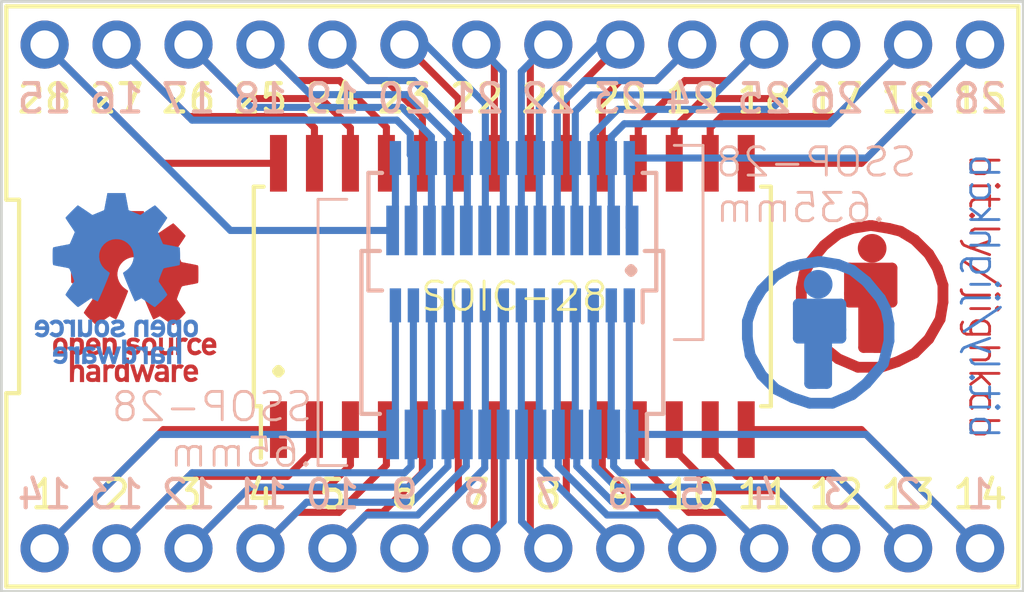
<source format=kicad_pcb>
(kicad_pcb (version 20171130) (host pcbnew 5.0.2-bee76a0~70~ubuntu18.04.1)

  (general
    (thickness 1.6)
    (drawings 73)
    (tracks 244)
    (zones 0)
    (modules 8)
    (nets 29)
  )

  (page A4)
  (layers
    (0 F.Cu signal)
    (31 B.Cu signal)
    (32 B.Adhes user)
    (33 F.Adhes user)
    (34 B.Paste user)
    (35 F.Paste user)
    (36 B.SilkS user)
    (37 F.SilkS user)
    (38 B.Mask user)
    (39 F.Mask user)
    (40 Dwgs.User user)
    (41 Cmts.User user)
    (42 Eco1.User user)
    (43 Eco2.User user)
    (44 Edge.Cuts user)
    (45 Margin user)
    (46 B.CrtYd user)
    (47 F.CrtYd user)
    (48 B.Fab user hide)
    (49 F.Fab user hide)
  )

  (setup
    (last_trace_width 0.25)
    (trace_clearance 0.2)
    (zone_clearance 0.508)
    (zone_45_only no)
    (trace_min 0.2)
    (segment_width 0.2)
    (edge_width 0.1)
    (via_size 0.8)
    (via_drill 0.4)
    (via_min_size 0.4)
    (via_min_drill 0.3)
    (uvia_size 0.3)
    (uvia_drill 0.1)
    (uvias_allowed no)
    (uvia_min_size 0.2)
    (uvia_min_drill 0.1)
    (pcb_text_width 0.3)
    (pcb_text_size 1.5 1.5)
    (mod_edge_width 0.15)
    (mod_text_size 1 1)
    (mod_text_width 0.15)
    (pad_size 1.5 1.5)
    (pad_drill 0.6)
    (pad_to_mask_clearance 0)
    (solder_mask_min_width 0.25)
    (aux_axis_origin 0 0)
    (visible_elements FFFFFF7F)
    (pcbplotparams
      (layerselection 0x010f0_ffffffff)
      (usegerberextensions false)
      (usegerberattributes false)
      (usegerberadvancedattributes false)
      (creategerberjobfile false)
      (excludeedgelayer true)
      (linewidth 0.100000)
      (plotframeref false)
      (viasonmask false)
      (mode 1)
      (useauxorigin false)
      (hpglpennumber 1)
      (hpglpenspeed 20)
      (hpglpendiameter 15.000000)
      (psnegative false)
      (psa4output false)
      (plotreference true)
      (plotvalue true)
      (plotinvisibletext false)
      (padsonsilk false)
      (subtractmaskfromsilk false)
      (outputformat 1)
      (mirror false)
      (drillshape 0)
      (scaleselection 1)
      (outputdirectory "plots"))
  )

  (net 0 "")
  (net 1 /D28_28)
  (net 2 /D28_1)
  (net 3 /D28_27)
  (net 4 /D28_2)
  (net 5 /D28_26)
  (net 6 /D28_3)
  (net 7 /D28_25)
  (net 8 /D28_4)
  (net 9 /D28_24)
  (net 10 /D28_5)
  (net 11 /D28_23)
  (net 12 /D28_6)
  (net 13 /D28_22)
  (net 14 /D28_7)
  (net 15 /D28_21)
  (net 16 /D28_8)
  (net 17 /D28_20)
  (net 18 /D28_9)
  (net 19 /D28_19)
  (net 20 /D28_10)
  (net 21 /D28_18)
  (net 22 /D28_11)
  (net 23 /D28_17)
  (net 24 /D28_12)
  (net 25 /D28_16)
  (net 26 /D28_13)
  (net 27 /D28_15)
  (net 28 /D28_14)

  (net_class Default "This is the default net class."
    (clearance 0.2)
    (trace_width 0.25)
    (via_dia 0.8)
    (via_drill 0.4)
    (uvia_dia 0.3)
    (uvia_drill 0.1)
    (add_net /D28_1)
    (add_net /D28_10)
    (add_net /D28_11)
    (add_net /D28_12)
    (add_net /D28_13)
    (add_net /D28_14)
    (add_net /D28_15)
    (add_net /D28_16)
    (add_net /D28_17)
    (add_net /D28_18)
    (add_net /D28_19)
    (add_net /D28_2)
    (add_net /D28_20)
    (add_net /D28_21)
    (add_net /D28_22)
    (add_net /D28_23)
    (add_net /D28_24)
    (add_net /D28_25)
    (add_net /D28_26)
    (add_net /D28_27)
    (add_net /D28_28)
    (add_net /D28_3)
    (add_net /D28_4)
    (add_net /D28_5)
    (add_net /D28_6)
    (add_net /D28_7)
    (add_net /D28_8)
    (add_net /D28_9)
  )

  (module Symbol:Symbol_CC-Attribution_CopperTop_Small (layer F.Cu) (tedit 5C8AFAA5) (tstamp 5CA32969)
    (at 12.7 0)
    (descr "Symbol, CC-Share Alike, Copper Top, Small,")
    (tags "Symbol, CC-Share Alike, Copper Top, Small,")
    (attr virtual)
    (fp_text reference REF** (at 0.59944 -7.29996) (layer F.SilkS) hide
      (effects (font (size 1 1) (thickness 0.15)))
    )
    (fp_text value Symbol_CC-Attribution_CopperTop_Small (at 0.59944 8.001) (layer F.Fab)
      (effects (font (size 1 1) (thickness 0.15)))
    )
    (fp_line (start 0 -1.89992) (end 0 -1.50114) (layer F.Cu) (width 0.381))
    (fp_line (start -0.70104 -0.70104) (end 0.59944 -0.70104) (layer F.Cu) (width 0.381))
    (fp_line (start 0.50038 -0.39878) (end -0.70104 -0.39878) (layer F.Cu) (width 0.381))
    (fp_line (start -0.8001 -0.09906) (end 0.50038 -0.09906) (layer F.Cu) (width 0.381))
    (fp_line (start 0 0.29972) (end 0 1.6002) (layer F.Cu) (width 0.381))
    (fp_line (start 0.09906 1.80086) (end 0.29972 1.80086) (layer F.Cu) (width 0.381))
    (fp_line (start 0.29972 1.80086) (end 0.29972 0.20066) (layer F.Cu) (width 0.381))
    (fp_line (start -0.29972 0.29972) (end -0.29972 1.80086) (layer F.Cu) (width 0.381))
    (fp_line (start -0.29972 1.80086) (end 0.20066 1.80086) (layer F.Cu) (width 0.381))
    (fp_line (start -0.8001 -1.00076) (end 0.70104 -1.00076) (layer F.Cu) (width 0.381))
    (fp_line (start 0.70104 -1.00076) (end 0.70104 0.20066) (layer F.Cu) (width 0.381))
    (fp_line (start 0.70104 0.20066) (end -0.8001 0.20066) (layer F.Cu) (width 0.381))
    (fp_line (start -0.8001 0.20066) (end -0.8001 -1.00076) (layer F.Cu) (width 0.381))
    (fp_circle (center 0 -1.69926) (end 0.09906 -1.39954) (layer F.Cu) (width 0.381))
    (fp_line (start 0 -2.49936) (end -0.09906 -2.49936) (layer F.Cu) (width 0.381))
    (fp_line (start -0.09906 -2.49936) (end -0.70104 -2.4003) (layer F.Cu) (width 0.381))
    (fp_line (start -0.70104 -2.4003) (end -1.19888 -2.19964) (layer F.Cu) (width 0.381))
    (fp_line (start -1.19888 -2.19964) (end -1.69926 -1.80086) (layer F.Cu) (width 0.381))
    (fp_line (start -1.69926 -1.80086) (end -2.19964 -1.19888) (layer F.Cu) (width 0.381))
    (fp_line (start -2.19964 -1.19888) (end -2.4003 -0.8001) (layer F.Cu) (width 0.381))
    (fp_line (start -2.4003 -0.8001) (end -2.49936 -0.29972) (layer F.Cu) (width 0.381))
    (fp_line (start -2.49936 -0.29972) (end -2.49936 0.29972) (layer F.Cu) (width 0.381))
    (fp_line (start -2.49936 0.29972) (end -2.30124 1.09982) (layer F.Cu) (width 0.381))
    (fp_line (start -2.30124 1.09982) (end -1.69926 1.80086) (layer F.Cu) (width 0.381))
    (fp_line (start -1.69926 1.80086) (end -1.19888 2.19964) (layer F.Cu) (width 0.381))
    (fp_line (start -1.19888 2.19964) (end -0.50038 2.49936) (layer F.Cu) (width 0.381))
    (fp_line (start -0.50038 2.49936) (end 0.29972 2.49936) (layer F.Cu) (width 0.381))
    (fp_line (start 0.29972 2.49936) (end 0.89916 2.30124) (layer F.Cu) (width 0.381))
    (fp_line (start 0.89916 2.30124) (end 1.50114 1.99898) (layer F.Cu) (width 0.381))
    (fp_line (start 1.50114 1.99898) (end 1.99898 1.50114) (layer F.Cu) (width 0.381))
    (fp_line (start 1.99898 1.50114) (end 2.4003 0.8001) (layer F.Cu) (width 0.381))
    (fp_line (start 2.4003 0.8001) (end 2.49936 0.20066) (layer F.Cu) (width 0.381))
    (fp_line (start 2.49936 0.20066) (end 2.49936 -0.39878) (layer F.Cu) (width 0.381))
    (fp_line (start 2.49936 -0.39878) (end 2.30124 -1.00076) (layer F.Cu) (width 0.381))
    (fp_line (start 2.30124 -1.00076) (end 1.99898 -1.50114) (layer F.Cu) (width 0.381))
    (fp_line (start 1.99898 -1.50114) (end 1.50114 -1.99898) (layer F.Cu) (width 0.381))
    (fp_line (start 1.50114 -1.99898) (end 1.00076 -2.30124) (layer F.Cu) (width 0.381))
    (fp_line (start 1.00076 -2.30124) (end 0.59944 -2.4003) (layer F.Cu) (width 0.381))
    (fp_line (start 0.59944 -2.4003) (end 0 -2.49936) (layer F.Cu) (width 0.381))
  )

  (module Symbol:OSHW-Logo_5.7x6mm_Copper (layer B.Cu) (tedit 0) (tstamp 5CA325E4)
    (at -13.97 -0.635 180)
    (descr "Open Source Hardware Logo")
    (tags "Logo OSHW")
    (attr virtual)
    (fp_text reference REF** (at 0 0 180) (layer B.SilkS) hide
      (effects (font (size 1 1) (thickness 0.15)) (justify mirror))
    )
    (fp_text value OSHW-Logo_5.7x6mm_Copper (at 0.75 0 180) (layer B.Fab) hide
      (effects (font (size 1 1) (thickness 0.15)) (justify mirror))
    )
    (fp_poly (pts (xy -1.908759 -1.469184) (xy -1.882247 -1.482282) (xy -1.849553 -1.505106) (xy -1.825725 -1.529996)
      (xy -1.809406 -1.561249) (xy -1.79924 -1.603166) (xy -1.793872 -1.660044) (xy -1.791944 -1.736184)
      (xy -1.791831 -1.768917) (xy -1.792161 -1.840656) (xy -1.793527 -1.891927) (xy -1.7965 -1.927404)
      (xy -1.801649 -1.951763) (xy -1.809543 -1.96968) (xy -1.817757 -1.981902) (xy -1.870187 -2.033905)
      (xy -1.93193 -2.065184) (xy -1.998536 -2.074592) (xy -2.065558 -2.06098) (xy -2.086792 -2.051354)
      (xy -2.137624 -2.024859) (xy -2.137624 -2.440052) (xy -2.100525 -2.420868) (xy -2.051643 -2.406025)
      (xy -1.991561 -2.402222) (xy -1.931564 -2.409243) (xy -1.886256 -2.425013) (xy -1.848675 -2.455047)
      (xy -1.816564 -2.498024) (xy -1.81415 -2.502436) (xy -1.803967 -2.523221) (xy -1.79653 -2.54417)
      (xy -1.791411 -2.569548) (xy -1.788181 -2.603618) (xy -1.786413 -2.650641) (xy -1.785677 -2.714882)
      (xy -1.785544 -2.787176) (xy -1.785544 -3.017822) (xy -1.923861 -3.017822) (xy -1.923861 -2.592533)
      (xy -1.962549 -2.559979) (xy -2.002738 -2.53394) (xy -2.040797 -2.529205) (xy -2.079066 -2.541389)
      (xy -2.099462 -2.55332) (xy -2.114642 -2.570313) (xy -2.125438 -2.595995) (xy -2.132683 -2.633991)
      (xy -2.137208 -2.687926) (xy -2.139844 -2.761425) (xy -2.140772 -2.810347) (xy -2.143911 -3.011535)
      (xy -2.209926 -3.015336) (xy -2.27594 -3.019136) (xy -2.27594 -1.77065) (xy -2.137624 -1.77065)
      (xy -2.134097 -1.840254) (xy -2.122215 -1.888569) (xy -2.10002 -1.918631) (xy -2.065559 -1.933471)
      (xy -2.030742 -1.936436) (xy -1.991329 -1.933028) (xy -1.965171 -1.919617) (xy -1.948814 -1.901896)
      (xy -1.935937 -1.882835) (xy -1.928272 -1.861601) (xy -1.924861 -1.831849) (xy -1.924749 -1.787236)
      (xy -1.925897 -1.74988) (xy -1.928532 -1.693604) (xy -1.932456 -1.656658) (xy -1.939063 -1.633223)
      (xy -1.949749 -1.61748) (xy -1.959833 -1.60838) (xy -2.00197 -1.588537) (xy -2.05184 -1.585332)
      (xy -2.080476 -1.592168) (xy -2.108828 -1.616464) (xy -2.127609 -1.663728) (xy -2.136712 -1.733624)
      (xy -2.137624 -1.77065) (xy -2.27594 -1.77065) (xy -2.27594 -1.458614) (xy -2.206782 -1.458614)
      (xy -2.16526 -1.460256) (xy -2.143838 -1.466087) (xy -2.137626 -1.477461) (xy -2.137624 -1.477798)
      (xy -2.134742 -1.488938) (xy -2.12203 -1.487673) (xy -2.096757 -1.475433) (xy -2.037869 -1.456707)
      (xy -1.971615 -1.454739) (xy -1.908759 -1.469184)) (layer B.Cu) (width 0.01))
    (fp_poly (pts (xy -1.38421 -2.406555) (xy -1.325055 -2.422339) (xy -1.280023 -2.450948) (xy -1.248246 -2.488419)
      (xy -1.238366 -2.504411) (xy -1.231073 -2.521163) (xy -1.225974 -2.542592) (xy -1.222679 -2.572616)
      (xy -1.220797 -2.615154) (xy -1.219937 -2.674122) (xy -1.219707 -2.75344) (xy -1.219703 -2.774484)
      (xy -1.219703 -3.017822) (xy -1.280059 -3.017822) (xy -1.318557 -3.015126) (xy -1.347023 -3.008295)
      (xy -1.354155 -3.004083) (xy -1.373652 -2.996813) (xy -1.393566 -3.004083) (xy -1.426353 -3.01316)
      (xy -1.473978 -3.016813) (xy -1.526764 -3.015228) (xy -1.575036 -3.008589) (xy -1.603218 -3.000072)
      (xy -1.657753 -2.965063) (xy -1.691835 -2.916479) (xy -1.707157 -2.851882) (xy -1.707299 -2.850223)
      (xy -1.705955 -2.821566) (xy -1.584356 -2.821566) (xy -1.573726 -2.854161) (xy -1.55641 -2.872505)
      (xy -1.521652 -2.886379) (xy -1.475773 -2.891917) (xy -1.428988 -2.889191) (xy -1.391514 -2.878274)
      (xy -1.381015 -2.871269) (xy -1.362668 -2.838904) (xy -1.35802 -2.802111) (xy -1.35802 -2.753763)
      (xy -1.427582 -2.753763) (xy -1.493667 -2.75885) (xy -1.543764 -2.773263) (xy -1.574929 -2.795729)
      (xy -1.584356 -2.821566) (xy -1.705955 -2.821566) (xy -1.703987 -2.779647) (xy -1.68071 -2.723845)
      (xy -1.636948 -2.681647) (xy -1.630899 -2.677808) (xy -1.604907 -2.665309) (xy -1.572735 -2.65774)
      (xy -1.52776 -2.654061) (xy -1.474331 -2.653216) (xy -1.35802 -2.653169) (xy -1.35802 -2.604411)
      (xy -1.362953 -2.566581) (xy -1.375543 -2.541236) (xy -1.377017 -2.539887) (xy -1.405034 -2.5288)
      (xy -1.447326 -2.524503) (xy -1.494064 -2.526615) (xy -1.535418 -2.534756) (xy -1.559957 -2.546965)
      (xy -1.573253 -2.556746) (xy -1.587294 -2.558613) (xy -1.606671 -2.5506) (xy -1.635976 -2.530739)
      (xy -1.679803 -2.497063) (xy -1.683825 -2.493909) (xy -1.681764 -2.482236) (xy -1.664568 -2.462822)
      (xy -1.638433 -2.441248) (xy -1.609552 -2.423096) (xy -1.600478 -2.418809) (xy -1.56738 -2.410256)
      (xy -1.51888 -2.404155) (xy -1.464695 -2.401708) (xy -1.462161 -2.401703) (xy -1.38421 -2.406555)) (layer B.Cu) (width 0.01))
    (fp_poly (pts (xy -0.993356 -2.40302) (xy -0.974539 -2.40866) (xy -0.968473 -2.421053) (xy -0.968218 -2.426647)
      (xy -0.967129 -2.44223) (xy -0.959632 -2.444676) (xy -0.939381 -2.433993) (xy -0.927351 -2.426694)
      (xy -0.8894 -2.411063) (xy -0.844072 -2.403334) (xy -0.796544 -2.40274) (xy -0.751995 -2.408513)
      (xy -0.715602 -2.419884) (xy -0.692543 -2.436088) (xy -0.687996 -2.456355) (xy -0.690291 -2.461843)
      (xy -0.70702 -2.484626) (xy -0.732963 -2.512647) (xy -0.737655 -2.517177) (xy -0.762383 -2.538005)
      (xy -0.783718 -2.544735) (xy -0.813555 -2.540038) (xy -0.825508 -2.536917) (xy -0.862705 -2.529421)
      (xy -0.888859 -2.532792) (xy -0.910946 -2.544681) (xy -0.931178 -2.560635) (xy -0.946079 -2.5807)
      (xy -0.956434 -2.608702) (xy -0.963029 -2.648467) (xy -0.966649 -2.703823) (xy -0.968078 -2.778594)
      (xy -0.968218 -2.82374) (xy -0.968218 -3.017822) (xy -1.09396 -3.017822) (xy -1.09396 -2.401683)
      (xy -1.031089 -2.401683) (xy -0.993356 -2.40302)) (layer B.Cu) (width 0.01))
    (fp_poly (pts (xy -0.201188 -3.017822) (xy -0.270346 -3.017822) (xy -0.310488 -3.016645) (xy -0.331394 -3.011772)
      (xy -0.338922 -3.001186) (xy -0.339505 -2.994029) (xy -0.340774 -2.979676) (xy -0.348779 -2.976923)
      (xy -0.369815 -2.985771) (xy -0.386173 -2.994029) (xy -0.448977 -3.013597) (xy -0.517248 -3.014729)
      (xy -0.572752 -3.000135) (xy -0.624438 -2.964877) (xy -0.663838 -2.912835) (xy -0.685413 -2.85145)
      (xy -0.685962 -2.848018) (xy -0.689167 -2.810571) (xy -0.690761 -2.756813) (xy -0.690633 -2.716155)
      (xy -0.553279 -2.716155) (xy -0.550097 -2.770194) (xy -0.542859 -2.814735) (xy -0.53306 -2.839888)
      (xy -0.495989 -2.87426) (xy -0.451974 -2.886582) (xy -0.406584 -2.876618) (xy -0.367797 -2.846895)
      (xy -0.353108 -2.826905) (xy -0.344519 -2.80305) (xy -0.340496 -2.76823) (xy -0.339505 -2.71593)
      (xy -0.341278 -2.664139) (xy -0.345963 -2.618634) (xy -0.352603 -2.588181) (xy -0.35371 -2.585452)
      (xy -0.380491 -2.553) (xy -0.419579 -2.535183) (xy -0.463315 -2.532306) (xy -0.504038 -2.544674)
      (xy -0.534087 -2.572593) (xy -0.537204 -2.578148) (xy -0.546961 -2.612022) (xy -0.552277 -2.660728)
      (xy -0.553279 -2.716155) (xy -0.690633 -2.716155) (xy -0.690568 -2.69554) (xy -0.689664 -2.662563)
      (xy -0.683514 -2.580981) (xy -0.670733 -2.51973) (xy -0.649471 -2.474449) (xy -0.617878 -2.440779)
      (xy -0.587207 -2.421014) (xy -0.544354 -2.40712) (xy -0.491056 -2.402354) (xy -0.43648 -2.406236)
      (xy -0.389792 -2.418282) (xy -0.365124 -2.432693) (xy -0.339505 -2.455878) (xy -0.339505 -2.162773)
      (xy -0.201188 -2.162773) (xy -0.201188 -3.017822)) (layer B.Cu) (width 0.01))
    (fp_poly (pts (xy 0.281524 -2.404237) (xy 0.331255 -2.407971) (xy 0.461291 -2.797773) (xy 0.481678 -2.728614)
      (xy 0.493946 -2.685874) (xy 0.510085 -2.628115) (xy 0.527512 -2.564625) (xy 0.536726 -2.53057)
      (xy 0.571388 -2.401683) (xy 0.714391 -2.401683) (xy 0.671646 -2.536857) (xy 0.650596 -2.603342)
      (xy 0.625167 -2.683539) (xy 0.59861 -2.767193) (xy 0.574902 -2.841782) (xy 0.520902 -3.011535)
      (xy 0.462598 -3.015328) (xy 0.404295 -3.019122) (xy 0.372679 -2.914734) (xy 0.353182 -2.849889)
      (xy 0.331904 -2.7784) (xy 0.313308 -2.715263) (xy 0.312574 -2.71275) (xy 0.298684 -2.669969)
      (xy 0.286429 -2.640779) (xy 0.277846 -2.629741) (xy 0.276082 -2.631018) (xy 0.269891 -2.64813)
      (xy 0.258128 -2.684787) (xy 0.242225 -2.736378) (xy 0.223614 -2.798294) (xy 0.213543 -2.832352)
      (xy 0.159007 -3.017822) (xy 0.043264 -3.017822) (xy -0.049263 -2.725471) (xy -0.075256 -2.643462)
      (xy -0.098934 -2.568987) (xy -0.11918 -2.505544) (xy -0.134874 -2.456632) (xy -0.144898 -2.425749)
      (xy -0.147945 -2.416726) (xy -0.145533 -2.407487) (xy -0.126592 -2.403441) (xy -0.087177 -2.403846)
      (xy -0.081007 -2.404152) (xy -0.007914 -2.407971) (xy 0.039957 -2.58401) (xy 0.057553 -2.648211)
      (xy 0.073277 -2.704649) (xy 0.085746 -2.748422) (xy 0.093574 -2.77463) (xy 0.09502 -2.778903)
      (xy 0.101014 -2.77399) (xy 0.113101 -2.748532) (xy 0.129893 -2.705997) (xy 0.150003 -2.64985)
      (xy 0.167003 -2.59913) (xy 0.231794 -2.400504) (xy 0.281524 -2.404237)) (layer B.Cu) (width 0.01))
    (fp_poly (pts (xy 1.038411 -2.405417) (xy 1.091411 -2.41829) (xy 1.106731 -2.42511) (xy 1.136428 -2.442974)
      (xy 1.15922 -2.463093) (xy 1.176083 -2.488962) (xy 1.187998 -2.524073) (xy 1.195942 -2.57192)
      (xy 1.200894 -2.635996) (xy 1.203831 -2.719794) (xy 1.204947 -2.775768) (xy 1.209052 -3.017822)
      (xy 1.138932 -3.017822) (xy 1.096393 -3.016038) (xy 1.074476 -3.009942) (xy 1.068812 -2.999706)
      (xy 1.065821 -2.988637) (xy 1.052451 -2.990754) (xy 1.034233 -2.999629) (xy 0.988624 -3.013233)
      (xy 0.930007 -3.016899) (xy 0.868354 -3.010903) (xy 0.813638 -2.995521) (xy 0.80873 -2.993386)
      (xy 0.758723 -2.958255) (xy 0.725756 -2.909419) (xy 0.710587 -2.852333) (xy 0.711746 -2.831824)
      (xy 0.835508 -2.831824) (xy 0.846413 -2.859425) (xy 0.878745 -2.879204) (xy 0.93091 -2.889819)
      (xy 0.958787 -2.891228) (xy 1.005247 -2.88762) (xy 1.036129 -2.873597) (xy 1.043664 -2.866931)
      (xy 1.064076 -2.830666) (xy 1.068812 -2.797773) (xy 1.068812 -2.753763) (xy 1.007513 -2.753763)
      (xy 0.936256 -2.757395) (xy 0.886276 -2.768818) (xy 0.854696 -2.788824) (xy 0.847626 -2.797743)
      (xy 0.835508 -2.831824) (xy 0.711746 -2.831824) (xy 0.713971 -2.792456) (xy 0.736663 -2.735244)
      (xy 0.767624 -2.69658) (xy 0.786376 -2.679864) (xy 0.804733 -2.668878) (xy 0.828619 -2.66218)
      (xy 0.863957 -2.658326) (xy 0.916669 -2.655873) (xy 0.937577 -2.655168) (xy 1.068812 -2.650879)
      (xy 1.06862 -2.611158) (xy 1.063537 -2.569405) (xy 1.045162 -2.544158) (xy 1.008039 -2.52803)
      (xy 1.007043 -2.527742) (xy 0.95441 -2.5214) (xy 0.902906 -2.529684) (xy 0.86463 -2.549827)
      (xy 0.849272 -2.559773) (xy 0.83273 -2.558397) (xy 0.807275 -2.543987) (xy 0.792328 -2.533817)
      (xy 0.763091 -2.512088) (xy 0.74498 -2.4958) (xy 0.742074 -2.491137) (xy 0.75404 -2.467005)
      (xy 0.789396 -2.438185) (xy 0.804753 -2.428461) (xy 0.848901 -2.411714) (xy 0.908398 -2.402227)
      (xy 0.974487 -2.400095) (xy 1.038411 -2.405417)) (layer B.Cu) (width 0.01))
    (fp_poly (pts (xy 1.635255 -2.401486) (xy 1.683595 -2.411015) (xy 1.711114 -2.425125) (xy 1.740064 -2.448568)
      (xy 1.698876 -2.500571) (xy 1.673482 -2.532064) (xy 1.656238 -2.547428) (xy 1.639102 -2.549776)
      (xy 1.614027 -2.542217) (xy 1.602257 -2.537941) (xy 1.55427 -2.531631) (xy 1.510324 -2.545156)
      (xy 1.47806 -2.57571) (xy 1.472819 -2.585452) (xy 1.467112 -2.611258) (xy 1.462706 -2.658817)
      (xy 1.459811 -2.724758) (xy 1.458631 -2.80571) (xy 1.458614 -2.817226) (xy 1.458614 -3.017822)
      (xy 1.320297 -3.017822) (xy 1.320297 -2.401683) (xy 1.389456 -2.401683) (xy 1.429333 -2.402725)
      (xy 1.450107 -2.407358) (xy 1.457789 -2.417849) (xy 1.458614 -2.427745) (xy 1.458614 -2.453806)
      (xy 1.491745 -2.427745) (xy 1.529735 -2.409965) (xy 1.58077 -2.401174) (xy 1.635255 -2.401486)) (layer B.Cu) (width 0.01))
    (fp_poly (pts (xy 2.032581 -2.40497) (xy 2.092685 -2.420597) (xy 2.143021 -2.452848) (xy 2.167393 -2.47694)
      (xy 2.207345 -2.533895) (xy 2.230242 -2.599965) (xy 2.238108 -2.681182) (xy 2.238148 -2.687748)
      (xy 2.238218 -2.753763) (xy 1.858264 -2.753763) (xy 1.866363 -2.788342) (xy 1.880987 -2.819659)
      (xy 1.906581 -2.852291) (xy 1.911935 -2.8575) (xy 1.957943 -2.885694) (xy 2.01041 -2.890475)
      (xy 2.070803 -2.871926) (xy 2.08104 -2.866931) (xy 2.112439 -2.851745) (xy 2.13347 -2.843094)
      (xy 2.137139 -2.842293) (xy 2.149948 -2.850063) (xy 2.174378 -2.869072) (xy 2.186779 -2.87946)
      (xy 2.212476 -2.903321) (xy 2.220915 -2.919077) (xy 2.215058 -2.933571) (xy 2.211928 -2.937534)
      (xy 2.190725 -2.954879) (xy 2.155738 -2.975959) (xy 2.131337 -2.988265) (xy 2.062072 -3.009946)
      (xy 1.985388 -3.016971) (xy 1.912765 -3.008647) (xy 1.892426 -3.002686) (xy 1.829476 -2.968952)
      (xy 1.782815 -2.917045) (xy 1.752173 -2.846459) (xy 1.737282 -2.756692) (xy 1.735647 -2.709753)
      (xy 1.740421 -2.641413) (xy 1.86099 -2.641413) (xy 1.872652 -2.646465) (xy 1.903998 -2.650429)
      (xy 1.949571 -2.652768) (xy 1.980446 -2.653169) (xy 2.035981 -2.652783) (xy 2.071033 -2.650975)
      (xy 2.090262 -2.646773) (xy 2.09833 -2.639203) (xy 2.099901 -2.628218) (xy 2.089121 -2.594381)
      (xy 2.06198 -2.56094) (xy 2.026277 -2.535272) (xy 1.99056 -2.524772) (xy 1.942048 -2.534086)
      (xy 1.900053 -2.561013) (xy 1.870936 -2.599827) (xy 1.86099 -2.641413) (xy 1.740421 -2.641413)
      (xy 1.742599 -2.610236) (xy 1.764055 -2.530949) (xy 1.80047 -2.471263) (xy 1.852297 -2.430549)
      (xy 1.91999 -2.408179) (xy 1.956662 -2.403871) (xy 2.032581 -2.40497)) (layer B.Cu) (width 0.01))
    (fp_poly (pts (xy -2.538261 -1.465148) (xy -2.472479 -1.494231) (xy -2.42254 -1.542793) (xy -2.388374 -1.610908)
      (xy -2.369907 -1.698651) (xy -2.368583 -1.712351) (xy -2.367546 -1.808939) (xy -2.380993 -1.893602)
      (xy -2.408108 -1.962221) (xy -2.422627 -1.984294) (xy -2.473201 -2.031011) (xy -2.537609 -2.061268)
      (xy -2.609666 -2.073824) (xy -2.683185 -2.067439) (xy -2.739072 -2.047772) (xy -2.787132 -2.014629)
      (xy -2.826412 -1.971175) (xy -2.827092 -1.970158) (xy -2.843044 -1.943338) (xy -2.85341 -1.916368)
      (xy -2.859688 -1.882332) (xy -2.863373 -1.83431) (xy -2.864997 -1.794931) (xy -2.865672 -1.759219)
      (xy -2.739955 -1.759219) (xy -2.738726 -1.79477) (xy -2.734266 -1.842094) (xy -2.726397 -1.872465)
      (xy -2.712207 -1.894072) (xy -2.698917 -1.906694) (xy -2.651802 -1.933122) (xy -2.602505 -1.936653)
      (xy -2.556593 -1.917639) (xy -2.533638 -1.896331) (xy -2.517096 -1.874859) (xy -2.507421 -1.854313)
      (xy -2.503174 -1.827574) (xy -2.50292 -1.787523) (xy -2.504228 -1.750638) (xy -2.507043 -1.697947)
      (xy -2.511505 -1.663772) (xy -2.519548 -1.64148) (xy -2.533103 -1.624442) (xy -2.543845 -1.614703)
      (xy -2.588777 -1.589123) (xy -2.637249 -1.587847) (xy -2.677894 -1.602999) (xy -2.712567 -1.634642)
      (xy -2.733224 -1.68662) (xy -2.739955 -1.759219) (xy -2.865672 -1.759219) (xy -2.866479 -1.716621)
      (xy -2.863948 -1.658056) (xy -2.856362 -1.614007) (xy -2.842681 -1.579248) (xy -2.821865 -1.548551)
      (xy -2.814147 -1.539436) (xy -2.765889 -1.494021) (xy -2.714128 -1.467493) (xy -2.650828 -1.456379)
      (xy -2.619961 -1.455471) (xy -2.538261 -1.465148)) (layer B.Cu) (width 0.01))
    (fp_poly (pts (xy -1.356699 -1.472614) (xy -1.344168 -1.478514) (xy -1.300799 -1.510283) (xy -1.25979 -1.556646)
      (xy -1.229168 -1.607696) (xy -1.220459 -1.631166) (xy -1.212512 -1.673091) (xy -1.207774 -1.723757)
      (xy -1.207199 -1.744679) (xy -1.207129 -1.810693) (xy -1.587083 -1.810693) (xy -1.578983 -1.845273)
      (xy -1.559104 -1.88617) (xy -1.524347 -1.921514) (xy -1.482998 -1.944282) (xy -1.456649 -1.94901)
      (xy -1.420916 -1.943273) (xy -1.378282 -1.928882) (xy -1.363799 -1.922262) (xy -1.31024 -1.895513)
      (xy -1.264533 -1.930376) (xy -1.238158 -1.953955) (xy -1.224124 -1.973417) (xy -1.223414 -1.979129)
      (xy -1.235951 -1.992973) (xy -1.263428 -2.014012) (xy -1.288366 -2.030425) (xy -1.355664 -2.05993)
      (xy -1.43111 -2.073284) (xy -1.505888 -2.069812) (xy -1.565495 -2.051663) (xy -1.626941 -2.012784)
      (xy -1.670608 -1.961595) (xy -1.697926 -1.895367) (xy -1.710322 -1.811371) (xy -1.711421 -1.772936)
      (xy -1.707022 -1.684861) (xy -1.706482 -1.682299) (xy -1.580582 -1.682299) (xy -1.577115 -1.690558)
      (xy -1.562863 -1.695113) (xy -1.53347 -1.697065) (xy -1.484575 -1.697517) (xy -1.465748 -1.697525)
      (xy -1.408467 -1.696843) (xy -1.372141 -1.694364) (xy -1.352604 -1.689443) (xy -1.34569 -1.681434)
      (xy -1.345445 -1.678862) (xy -1.353336 -1.658423) (xy -1.373085 -1.629789) (xy -1.381575 -1.619763)
      (xy -1.413094 -1.591408) (xy -1.445949 -1.580259) (xy -1.463651 -1.579327) (xy -1.511539 -1.590981)
      (xy -1.551699 -1.622285) (xy -1.577173 -1.667752) (xy -1.577625 -1.669233) (xy -1.580582 -1.682299)
      (xy -1.706482 -1.682299) (xy -1.692392 -1.61551) (xy -1.666038 -1.560025) (xy -1.633807 -1.520639)
      (xy -1.574217 -1.477931) (xy -1.504168 -1.455109) (xy -1.429661 -1.453046) (xy -1.356699 -1.472614)) (layer B.Cu) (width 0.01))
    (fp_poly (pts (xy 0.014017 -1.456452) (xy 0.061634 -1.465482) (xy 0.111034 -1.48437) (xy 0.116312 -1.486777)
      (xy 0.153774 -1.506476) (xy 0.179717 -1.524781) (xy 0.188103 -1.536508) (xy 0.180117 -1.555632)
      (xy 0.16072 -1.58385) (xy 0.15211 -1.594384) (xy 0.116628 -1.635847) (xy 0.070885 -1.608858)
      (xy 0.02735 -1.590878) (xy -0.02295 -1.581267) (xy -0.071188 -1.58066) (xy -0.108533 -1.589691)
      (xy -0.117495 -1.595327) (xy -0.134563 -1.621171) (xy -0.136637 -1.650941) (xy -0.123866 -1.674197)
      (xy -0.116312 -1.678708) (xy -0.093675 -1.684309) (xy -0.053885 -1.690892) (xy -0.004834 -1.697183)
      (xy 0.004215 -1.69817) (xy 0.082996 -1.711798) (xy 0.140136 -1.734946) (xy 0.17803 -1.769752)
      (xy 0.199079 -1.818354) (xy 0.205635 -1.877718) (xy 0.196577 -1.945198) (xy 0.167164 -1.998188)
      (xy 0.117278 -2.036783) (xy 0.0468 -2.061081) (xy -0.031435 -2.070667) (xy -0.095234 -2.070552)
      (xy -0.146984 -2.061845) (xy -0.182327 -2.049825) (xy -0.226983 -2.02888) (xy -0.268253 -2.004574)
      (xy -0.282921 -1.993876) (xy -0.320643 -1.963084) (xy -0.275148 -1.917049) (xy -0.229653 -1.871013)
      (xy -0.177928 -1.905243) (xy -0.126048 -1.930952) (xy -0.070649 -1.944399) (xy -0.017395 -1.945818)
      (xy 0.028049 -1.935443) (xy 0.060016 -1.913507) (xy 0.070338 -1.894998) (xy 0.068789 -1.865314)
      (xy 0.04314 -1.842615) (xy -0.00654 -1.82694) (xy -0.060969 -1.819695) (xy -0.144736 -1.805873)
      (xy -0.206967 -1.779796) (xy -0.248493 -1.740699) (xy -0.270147 -1.68782) (xy -0.273147 -1.625126)
      (xy -0.258329 -1.559642) (xy -0.224546 -1.510144) (xy -0.171495 -1.476408) (xy -0.098874 -1.458207)
      (xy -0.045072 -1.454639) (xy 0.014017 -1.456452)) (layer B.Cu) (width 0.01))
    (fp_poly (pts (xy 0.610762 -1.466055) (xy 0.674363 -1.500692) (xy 0.724123 -1.555372) (xy 0.747568 -1.599842)
      (xy 0.757634 -1.639121) (xy 0.764156 -1.695116) (xy 0.766951 -1.759621) (xy 0.765836 -1.824429)
      (xy 0.760626 -1.881334) (xy 0.754541 -1.911727) (xy 0.734014 -1.953306) (xy 0.698463 -1.997468)
      (xy 0.655619 -2.036087) (xy 0.613211 -2.061034) (xy 0.612177 -2.06143) (xy 0.559553 -2.072331)
      (xy 0.497188 -2.072601) (xy 0.437924 -2.062676) (xy 0.41504 -2.054722) (xy 0.356102 -2.0213)
      (xy 0.31389 -1.977511) (xy 0.286156 -1.919538) (xy 0.270651 -1.843565) (xy 0.267143 -1.803771)
      (xy 0.26759 -1.753766) (xy 0.402376 -1.753766) (xy 0.406917 -1.826732) (xy 0.419986 -1.882334)
      (xy 0.440756 -1.917861) (xy 0.455552 -1.92802) (xy 0.493464 -1.935104) (xy 0.538527 -1.933007)
      (xy 0.577487 -1.922812) (xy 0.587704 -1.917204) (xy 0.614659 -1.884538) (xy 0.632451 -1.834545)
      (xy 0.640024 -1.773705) (xy 0.636325 -1.708497) (xy 0.628057 -1.669253) (xy 0.60432 -1.623805)
      (xy 0.566849 -1.595396) (xy 0.52172 -1.585573) (xy 0.475011 -1.595887) (xy 0.439132 -1.621112)
      (xy 0.420277 -1.641925) (xy 0.409272 -1.662439) (xy 0.404026 -1.690203) (xy 0.402449 -1.732762)
      (xy 0.402376 -1.753766) (xy 0.26759 -1.753766) (xy 0.268094 -1.69758) (xy 0.285388 -1.610501)
      (xy 0.319029 -1.54253) (xy 0.369018 -1.493664) (xy 0.435356 -1.463899) (xy 0.449601 -1.460448)
      (xy 0.53521 -1.452345) (xy 0.610762 -1.466055)) (layer B.Cu) (width 0.01))
    (fp_poly (pts (xy 0.993367 -1.654342) (xy 0.994555 -1.746563) (xy 0.998897 -1.81661) (xy 1.007558 -1.867381)
      (xy 1.021704 -1.901772) (xy 1.0425 -1.922679) (xy 1.07111 -1.933) (xy 1.106535 -1.935636)
      (xy 1.143636 -1.932682) (xy 1.171818 -1.921889) (xy 1.192243 -1.90036) (xy 1.206079 -1.865199)
      (xy 1.214491 -1.81351) (xy 1.218643 -1.742394) (xy 1.219703 -1.654342) (xy 1.219703 -1.458614)
      (xy 1.35802 -1.458614) (xy 1.35802 -2.062179) (xy 1.288862 -2.062179) (xy 1.24717 -2.060489)
      (xy 1.225701 -2.054556) (xy 1.219703 -2.043293) (xy 1.216091 -2.033261) (xy 1.201714 -2.035383)
      (xy 1.172736 -2.04958) (xy 1.106319 -2.07148) (xy 1.035875 -2.069928) (xy 0.968377 -2.046147)
      (xy 0.936233 -2.027362) (xy 0.911715 -2.007022) (xy 0.893804 -1.981573) (xy 0.881479 -1.947458)
      (xy 0.873723 -1.901121) (xy 0.869516 -1.839007) (xy 0.86784 -1.757561) (xy 0.867624 -1.694578)
      (xy 0.867624 -1.458614) (xy 0.993367 -1.458614) (xy 0.993367 -1.654342)) (layer B.Cu) (width 0.01))
    (fp_poly (pts (xy 2.217226 -1.46388) (xy 2.29008 -1.49483) (xy 2.313027 -1.509895) (xy 2.342354 -1.533048)
      (xy 2.360764 -1.551253) (xy 2.363961 -1.557183) (xy 2.354935 -1.57034) (xy 2.331837 -1.592667)
      (xy 2.313344 -1.60825) (xy 2.262728 -1.648926) (xy 2.22276 -1.615295) (xy 2.191874 -1.593584)
      (xy 2.161759 -1.58609) (xy 2.127292 -1.58792) (xy 2.072561 -1.601528) (xy 2.034886 -1.629772)
      (xy 2.011991 -1.675433) (xy 2.001597 -1.741289) (xy 2.001595 -1.741331) (xy 2.002494 -1.814939)
      (xy 2.016463 -1.868946) (xy 2.044328 -1.905716) (xy 2.063325 -1.918168) (xy 2.113776 -1.933673)
      (xy 2.167663 -1.933683) (xy 2.214546 -1.918638) (xy 2.225644 -1.911287) (xy 2.253476 -1.892511)
      (xy 2.275236 -1.889434) (xy 2.298704 -1.903409) (xy 2.324649 -1.92851) (xy 2.365716 -1.97088)
      (xy 2.320121 -2.008464) (xy 2.249674 -2.050882) (xy 2.170233 -2.071785) (xy 2.087215 -2.070272)
      (xy 2.032694 -2.056411) (xy 1.96897 -2.022135) (xy 1.918005 -1.968212) (xy 1.894851 -1.930149)
      (xy 1.876099 -1.875536) (xy 1.866715 -1.806369) (xy 1.866643 -1.731407) (xy 1.875824 -1.659409)
      (xy 1.894199 -1.599137) (xy 1.897093 -1.592958) (xy 1.939952 -1.532351) (xy 1.997979 -1.488224)
      (xy 2.066591 -1.461493) (xy 2.141201 -1.453073) (xy 2.217226 -1.46388)) (layer B.Cu) (width 0.01))
    (fp_poly (pts (xy 2.677898 -1.456457) (xy 2.710096 -1.464279) (xy 2.771825 -1.492921) (xy 2.82461 -1.536667)
      (xy 2.861141 -1.589117) (xy 2.86616 -1.600893) (xy 2.873045 -1.63174) (xy 2.877864 -1.677371)
      (xy 2.879505 -1.723492) (xy 2.879505 -1.810693) (xy 2.697178 -1.810693) (xy 2.621979 -1.810978)
      (xy 2.569003 -1.812704) (xy 2.535325 -1.817181) (xy 2.51802 -1.82572) (xy 2.514163 -1.83963)
      (xy 2.520829 -1.860222) (xy 2.53277 -1.884315) (xy 2.56608 -1.924525) (xy 2.612368 -1.944558)
      (xy 2.668944 -1.943905) (xy 2.733031 -1.922101) (xy 2.788417 -1.895193) (xy 2.834375 -1.931532)
      (xy 2.880333 -1.967872) (xy 2.837096 -2.007819) (xy 2.779374 -2.045563) (xy 2.708386 -2.06832)
      (xy 2.632029 -2.074688) (xy 2.558199 -2.063268) (xy 2.546287 -2.059393) (xy 2.481399 -2.025506)
      (xy 2.43313 -1.974986) (xy 2.400465 -1.906325) (xy 2.382385 -1.818014) (xy 2.382175 -1.816121)
      (xy 2.380556 -1.719878) (xy 2.3871 -1.685542) (xy 2.514852 -1.685542) (xy 2.526584 -1.690822)
      (xy 2.558438 -1.694867) (xy 2.605397 -1.697176) (xy 2.635154 -1.697525) (xy 2.690648 -1.697306)
      (xy 2.725346 -1.695916) (xy 2.743601 -1.692251) (xy 2.749766 -1.68521) (xy 2.748195 -1.67369)
      (xy 2.746878 -1.669233) (xy 2.724382 -1.627355) (xy 2.689003 -1.593604) (xy 2.65778 -1.578773)
      (xy 2.616301 -1.579668) (xy 2.574269 -1.598164) (xy 2.539012 -1.628786) (xy 2.517854 -1.666062)
      (xy 2.514852 -1.685542) (xy 2.3871 -1.685542) (xy 2.39669 -1.635229) (xy 2.428698 -1.564191)
      (xy 2.474701 -1.508779) (xy 2.532821 -1.471009) (xy 2.60118 -1.452896) (xy 2.677898 -1.456457)) (layer B.Cu) (width 0.01))
    (fp_poly (pts (xy -0.754012 -1.469002) (xy -0.722717 -1.48395) (xy -0.692409 -1.505541) (xy -0.669318 -1.530391)
      (xy -0.6525 -1.562087) (xy -0.641006 -1.604214) (xy -0.633891 -1.660358) (xy -0.630207 -1.734106)
      (xy -0.629008 -1.829044) (xy -0.628989 -1.838985) (xy -0.628713 -2.062179) (xy -0.76703 -2.062179)
      (xy -0.76703 -1.856418) (xy -0.767128 -1.780189) (xy -0.767809 -1.724939) (xy -0.769651 -1.686501)
      (xy -0.773233 -1.660706) (xy -0.779132 -1.643384) (xy -0.787927 -1.630368) (xy -0.80018 -1.617507)
      (xy -0.843047 -1.589873) (xy -0.889843 -1.584745) (xy -0.934424 -1.602217) (xy -0.949928 -1.615221)
      (xy -0.96131 -1.627447) (xy -0.969481 -1.64054) (xy -0.974974 -1.658615) (xy -0.97832 -1.685787)
      (xy -0.980051 -1.72617) (xy -0.980697 -1.783879) (xy -0.980792 -1.854132) (xy -0.980792 -2.062179)
      (xy -1.119109 -2.062179) (xy -1.119109 -1.458614) (xy -1.04995 -1.458614) (xy -1.008428 -1.460256)
      (xy -0.987006 -1.466087) (xy -0.980795 -1.477461) (xy -0.980792 -1.477798) (xy -0.97791 -1.488938)
      (xy -0.965199 -1.487674) (xy -0.939926 -1.475434) (xy -0.882605 -1.457424) (xy -0.817037 -1.455421)
      (xy -0.754012 -1.469002)) (layer B.Cu) (width 0.01))
    (fp_poly (pts (xy 1.79946 -1.45803) (xy 1.842711 -1.471245) (xy 1.870558 -1.487941) (xy 1.879629 -1.501145)
      (xy 1.877132 -1.516797) (xy 1.860931 -1.541385) (xy 1.847232 -1.5588) (xy 1.818992 -1.590283)
      (xy 1.797775 -1.603529) (xy 1.779688 -1.602664) (xy 1.726035 -1.58901) (xy 1.68663 -1.58963)
      (xy 1.654632 -1.605104) (xy 1.64389 -1.614161) (xy 1.609505 -1.646027) (xy 1.609505 -2.062179)
      (xy 1.471188 -2.062179) (xy 1.471188 -1.458614) (xy 1.540347 -1.458614) (xy 1.581869 -1.460256)
      (xy 1.603291 -1.466087) (xy 1.609502 -1.477461) (xy 1.609505 -1.477798) (xy 1.612439 -1.489713)
      (xy 1.625704 -1.488159) (xy 1.644084 -1.479563) (xy 1.682046 -1.463568) (xy 1.712872 -1.453945)
      (xy 1.752536 -1.451478) (xy 1.79946 -1.45803)) (layer B.Cu) (width 0.01))
    (fp_poly (pts (xy 0.376964 2.709982) (xy 0.433812 2.40843) (xy 0.853338 2.235488) (xy 1.104984 2.406605)
      (xy 1.175458 2.45425) (xy 1.239163 2.49679) (xy 1.293126 2.532285) (xy 1.334373 2.55879)
      (xy 1.359934 2.574364) (xy 1.366895 2.577722) (xy 1.379435 2.569086) (xy 1.406231 2.545208)
      (xy 1.44428 2.509141) (xy 1.490579 2.463933) (xy 1.542123 2.412636) (xy 1.595909 2.358299)
      (xy 1.648935 2.303972) (xy 1.698195 2.252705) (xy 1.740687 2.207549) (xy 1.773407 2.171554)
      (xy 1.793351 2.14777) (xy 1.798119 2.13981) (xy 1.791257 2.125135) (xy 1.77202 2.092986)
      (xy 1.74243 2.046508) (xy 1.70451 1.988844) (xy 1.660282 1.92314) (xy 1.634654 1.885664)
      (xy 1.587941 1.817232) (xy 1.546432 1.75548) (xy 1.51214 1.703481) (xy 1.48708 1.664308)
      (xy 1.473264 1.641035) (xy 1.471188 1.636145) (xy 1.475895 1.622245) (xy 1.488723 1.58985)
      (xy 1.507738 1.543515) (xy 1.531003 1.487794) (xy 1.556584 1.427242) (xy 1.582545 1.366414)
      (xy 1.60695 1.309864) (xy 1.627863 1.262148) (xy 1.643349 1.227819) (xy 1.651472 1.211432)
      (xy 1.651952 1.210788) (xy 1.664707 1.207659) (xy 1.698677 1.200679) (xy 1.75034 1.190533)
      (xy 1.816176 1.177908) (xy 1.892664 1.163491) (xy 1.93729 1.155177) (xy 2.019021 1.139616)
      (xy 2.092843 1.124808) (xy 2.155021 1.111564) (xy 2.201822 1.100695) (xy 2.229509 1.093011)
      (xy 2.235074 1.090573) (xy 2.240526 1.07407) (xy 2.244924 1.0368) (xy 2.248272 0.98312)
      (xy 2.250574 0.917388) (xy 2.251832 0.843963) (xy 2.252048 0.767204) (xy 2.251227 0.691468)
      (xy 2.249371 0.621114) (xy 2.246482 0.5605) (xy 2.242565 0.513984) (xy 2.237622 0.485925)
      (xy 2.234657 0.480084) (xy 2.216934 0.473083) (xy 2.179381 0.463073) (xy 2.126964 0.451231)
      (xy 2.064652 0.438733) (xy 2.0429 0.43469) (xy 1.938024 0.41548) (xy 1.85518 0.400009)
      (xy 1.79163 0.387663) (xy 1.744637 0.377827) (xy 1.711463 0.369886) (xy 1.689371 0.363224)
      (xy 1.675624 0.357227) (xy 1.667484 0.351281) (xy 1.666345 0.350106) (xy 1.654977 0.331174)
      (xy 1.637635 0.294331) (xy 1.61605 0.244087) (xy 1.591954 0.184954) (xy 1.567079 0.121444)
      (xy 1.543157 0.058068) (xy 1.521919 -0.000662) (xy 1.505097 -0.050235) (xy 1.494422 -0.086139)
      (xy 1.491627 -0.103862) (xy 1.49186 -0.104483) (xy 1.501331 -0.11897) (xy 1.522818 -0.150844)
      (xy 1.554063 -0.196789) (xy 1.592807 -0.253485) (xy 1.636793 -0.317617) (xy 1.649319 -0.335842)
      (xy 1.693984 -0.401914) (xy 1.733288 -0.4622) (xy 1.765088 -0.513235) (xy 1.787245 -0.55156)
      (xy 1.797617 -0.573711) (xy 1.798119 -0.576432) (xy 1.789405 -0.590736) (xy 1.765325 -0.619072)
      (xy 1.728976 -0.658396) (xy 1.683453 -0.705661) (xy 1.631852 -0.757823) (xy 1.577267 -0.811835)
      (xy 1.522794 -0.864653) (xy 1.471529 -0.913231) (xy 1.426567 -0.954523) (xy 1.391004 -0.985485)
      (xy 1.367935 -1.00307) (xy 1.361554 -1.005941) (xy 1.346699 -0.999178) (xy 1.316286 -0.980939)
      (xy 1.275268 -0.954297) (xy 1.243709 -0.932852) (xy 1.186525 -0.893503) (xy 1.118806 -0.847171)
      (xy 1.05088 -0.800913) (xy 1.014361 -0.776155) (xy 0.890752 -0.692547) (xy 0.786991 -0.74865)
      (xy 0.73972 -0.773228) (xy 0.699523 -0.792331) (xy 0.672326 -0.803227) (xy 0.665402 -0.804743)
      (xy 0.657077 -0.793549) (xy 0.640654 -0.761917) (xy 0.617357 -0.712765) (xy 0.588414 -0.64901)
      (xy 0.55505 -0.573571) (xy 0.518491 -0.489364) (xy 0.479964 -0.399308) (xy 0.440694 -0.306321)
      (xy 0.401908 -0.21332) (xy 0.36483 -0.123223) (xy 0.330689 -0.038948) (xy 0.300708 0.036587)
      (xy 0.276116 0.100466) (xy 0.258136 0.149769) (xy 0.247997 0.181579) (xy 0.246366 0.192504)
      (xy 0.259291 0.206439) (xy 0.287589 0.22906) (xy 0.325346 0.255667) (xy 0.328515 0.257772)
      (xy 0.4261 0.335886) (xy 0.504786 0.427018) (xy 0.563891 0.528255) (xy 0.602732 0.636682)
      (xy 0.620628 0.749386) (xy 0.616897 0.863452) (xy 0.590857 0.975966) (xy 0.541825 1.084015)
      (xy 0.5274 1.107655) (xy 0.452369 1.203113) (xy 0.36373 1.279768) (xy 0.264549 1.33722)
      (xy 0.157895 1.375071) (xy 0.046836 1.392922) (xy -0.065561 1.390375) (xy -0.176227 1.36703)
      (xy -0.282094 1.32249) (xy -0.380095 1.256355) (xy -0.41041 1.229513) (xy -0.487562 1.145488)
      (xy -0.543782 1.057034) (xy -0.582347 0.957885) (xy -0.603826 0.859697) (xy -0.609128 0.749303)
      (xy -0.591448 0.63836) (xy -0.552581 0.530619) (xy -0.494323 0.429831) (xy -0.418469 0.339744)
      (xy -0.326817 0.264108) (xy -0.314772 0.256136) (xy -0.276611 0.230026) (xy -0.247601 0.207405)
      (xy -0.233732 0.192961) (xy -0.233531 0.192504) (xy -0.236508 0.176879) (xy -0.248311 0.141418)
      (xy -0.267714 0.089038) (xy -0.293488 0.022655) (xy -0.324409 -0.054814) (xy -0.359249 -0.14045)
      (xy -0.396783 -0.231337) (xy -0.435783 -0.324559) (xy -0.475023 -0.417197) (xy -0.513276 -0.506335)
      (xy -0.549317 -0.589055) (xy -0.581917 -0.662441) (xy -0.609852 -0.723575) (xy -0.631895 -0.769541)
      (xy -0.646818 -0.797421) (xy -0.652828 -0.804743) (xy -0.671191 -0.799041) (xy -0.705552 -0.783749)
      (xy -0.749984 -0.761599) (xy -0.774417 -0.74865) (xy -0.878178 -0.692547) (xy -1.001787 -0.776155)
      (xy -1.064886 -0.818987) (xy -1.13397 -0.866122) (xy -1.198707 -0.910503) (xy -1.231134 -0.932852)
      (xy -1.276741 -0.963477) (xy -1.31536 -0.987747) (xy -1.341952 -1.002587) (xy -1.35059 -1.005724)
      (xy -1.363161 -0.997261) (xy -1.390984 -0.973636) (xy -1.431361 -0.937302) (xy -1.481595 -0.890711)
      (xy -1.538988 -0.836317) (xy -1.575286 -0.801392) (xy -1.63879 -0.738996) (xy -1.693673 -0.683188)
      (xy -1.737714 -0.636354) (xy -1.768695 -0.600882) (xy -1.784398 -0.579161) (xy -1.785905 -0.574752)
      (xy -1.778914 -0.557985) (xy -1.759594 -0.524082) (xy -1.730091 -0.476476) (xy -1.692545 -0.418599)
      (xy -1.6491 -0.353884) (xy -1.636745 -0.335842) (xy -1.591727 -0.270267) (xy -1.55134 -0.211228)
      (xy -1.51784 -0.162042) (xy -1.493486 -0.126028) (xy -1.480536 -0.106502) (xy -1.479285 -0.104483)
      (xy -1.481156 -0.088922) (xy -1.491087 -0.054709) (xy -1.507347 -0.006355) (xy -1.528205 0.051629)
      (xy -1.551927 0.11473) (xy -1.576784 0.178437) (xy -1.601042 0.238239) (xy -1.622971 0.289624)
      (xy -1.640838 0.328081) (xy -1.652913 0.349098) (xy -1.653771 0.350106) (xy -1.661154 0.356112)
      (xy -1.673625 0.362052) (xy -1.69392 0.36854) (xy -1.724778 0.376191) (xy -1.768934 0.38562)
      (xy -1.829126 0.397441) (xy -1.908093 0.412271) (xy -2.00857 0.430723) (xy -2.030325 0.43469)
      (xy -2.094802 0.447147) (xy -2.151011 0.459334) (xy -2.193987 0.470074) (xy -2.21876 0.478191)
      (xy -2.222082 0.480084) (xy -2.227556 0.496862) (xy -2.232006 0.534355) (xy -2.235428 0.588206)
      (xy -2.237819 0.654056) (xy -2.239177 0.727547) (xy -2.239499 0.80432) (xy -2.238781 0.880017)
      (xy -2.237021 0.95028) (xy -2.234216 1.01075) (xy -2.230362 1.05707) (xy -2.225457 1.084881)
      (xy -2.2225 1.090573) (xy -2.206037 1.096314) (xy -2.168551 1.105655) (xy -2.113775 1.117785)
      (xy -2.045445 1.131893) (xy -1.967294 1.14717) (xy -1.924716 1.155177) (xy -1.843929 1.170279)
      (xy -1.771887 1.18396) (xy -1.712111 1.195533) (xy -1.668121 1.204313) (xy -1.643439 1.209613)
      (xy -1.639377 1.210788) (xy -1.632511 1.224035) (xy -1.617998 1.255943) (xy -1.597771 1.301953)
      (xy -1.573766 1.357508) (xy -1.547918 1.418047) (xy -1.52216 1.479014) (xy -1.498427 1.535849)
      (xy -1.478654 1.583994) (xy -1.464776 1.61889) (xy -1.458726 1.635979) (xy -1.458614 1.636726)
      (xy -1.465472 1.650207) (xy -1.484698 1.68123) (xy -1.514272 1.726711) (xy -1.552173 1.783568)
      (xy -1.59638 1.848717) (xy -1.622079 1.886138) (xy -1.668907 1.954753) (xy -1.710499 2.017048)
      (xy -1.744825 2.069871) (xy -1.769857 2.110073) (xy -1.783565 2.1345) (xy -1.785544 2.139976)
      (xy -1.777034 2.152722) (xy -1.753507 2.179937) (xy -1.717968 2.218572) (xy -1.673423 2.265577)
      (xy -1.622877 2.317905) (xy -1.569336 2.372505) (xy -1.515805 2.42633) (xy -1.465289 2.47633)
      (xy -1.420794 2.519457) (xy -1.385325 2.552661) (xy -1.361887 2.572894) (xy -1.354046 2.577722)
      (xy -1.34128 2.570933) (xy -1.310744 2.551858) (xy -1.26541 2.522439) (xy -1.208244 2.484619)
      (xy -1.142216 2.440339) (xy -1.09241 2.406605) (xy -0.840764 2.235488) (xy -0.631001 2.321959)
      (xy -0.421237 2.40843) (xy -0.364389 2.709982) (xy -0.30754 3.011534) (xy 0.320115 3.011534)
      (xy 0.376964 2.709982)) (layer B.Cu) (width 0.01))
  )

  (module Package_SO:SSOP-28_3.9x9.9mm_P0.635mm (layer B.Cu) (tedit 5C79A8F1) (tstamp 5CA30C7F)
    (at 0 -2.286 90)
    (descr "SSOP28: plastic shrink small outline package; 28 leads; body width 3.9 mm; lead pitch 0.635; (see http://cds.linear.com/docs/en/datasheet/38901fb.pdf)")
    (tags "SSOP 0.635")
    (path /5C281DE5)
    (attr smd)
    (fp_text reference J4 (at 0 5.9 90) (layer B.SilkS) hide
      (effects (font (size 1 1) (thickness 0.15)) (justify mirror))
    )
    (fp_text value SSOP-28-635 (at -0.1 -6.2 90) (layer B.Fab) hide
      (effects (font (size 1 1) (thickness 0.15)) (justify mirror))
    )
    (fp_line (start -0.95 4.95) (end 1.95 4.95) (layer B.Fab) (width 0.15))
    (fp_line (start 1.95 4.95) (end 1.95 -4.95) (layer B.Fab) (width 0.15))
    (fp_line (start 1.95 -4.95) (end -1.95 -4.95) (layer B.Fab) (width 0.15))
    (fp_line (start -1.95 -4.95) (end -1.95 4) (layer B.Fab) (width 0.15))
    (fp_line (start -1.95 4) (end -0.95 4.95) (layer B.Fab) (width 0.15))
    (fp_line (start -3.45 5.2) (end -3.45 -5.2) (layer B.CrtYd) (width 0.05))
    (fp_line (start 3.45 5.2) (end 3.45 -5.2) (layer B.CrtYd) (width 0.05))
    (fp_line (start -3.45 5.2) (end 3.45 5.2) (layer B.CrtYd) (width 0.05))
    (fp_line (start -3.45 -5.2) (end 3.45 -5.2) (layer B.CrtYd) (width 0.05))
    (fp_line (start -2.075 5.08) (end -2.075 4.6) (layer B.SilkS) (width 0.15))
    (fp_line (start 2.075 5.08) (end 2.075 4.6) (layer B.SilkS) (width 0.15))
    (fp_line (start 2.075 -5.08) (end 2.075 -4.6) (layer B.SilkS) (width 0.15))
    (fp_line (start -2.075 -5.08) (end -2.075 -4.6) (layer B.SilkS) (width 0.15))
    (fp_line (start -2.075 5.08) (end 2.075 5.08) (layer B.SilkS) (width 0.15))
    (fp_line (start -2.075 -5.08) (end 2.075 -5.08) (layer B.SilkS) (width 0.15))
    (fp_line (start -2.075 4.6) (end -3.2 4.6) (layer B.SilkS) (width 0.15))
    (fp_text user %R (at 0 0 90) (layer B.Fab)
      (effects (font (size 0.8 0.8) (thickness 0.15)) (justify mirror))
    )
    (pad 1 smd rect (at -2.6 4.1275 90) (size 1.2 0.4) (layers B.Cu B.Paste B.Mask)
      (net 28 /D28_14))
    (pad 2 smd rect (at -2.6 3.4925 90) (size 1.2 0.4) (layers B.Cu B.Paste B.Mask)
      (net 26 /D28_13))
    (pad 3 smd rect (at -2.6 2.8575 90) (size 1.2 0.4) (layers B.Cu B.Paste B.Mask)
      (net 24 /D28_12))
    (pad 4 smd rect (at -2.6 2.2225 90) (size 1.2 0.4) (layers B.Cu B.Paste B.Mask)
      (net 22 /D28_11))
    (pad 5 smd rect (at -2.6 1.5875 90) (size 1.2 0.4) (layers B.Cu B.Paste B.Mask)
      (net 20 /D28_10))
    (pad 6 smd rect (at -2.6 0.9525 90) (size 1.2 0.4) (layers B.Cu B.Paste B.Mask)
      (net 18 /D28_9))
    (pad 7 smd rect (at -2.6 0.3175 90) (size 1.2 0.4) (layers B.Cu B.Paste B.Mask)
      (net 16 /D28_8))
    (pad 8 smd rect (at -2.6 -0.3175 90) (size 1.2 0.4) (layers B.Cu B.Paste B.Mask)
      (net 14 /D28_7))
    (pad 9 smd rect (at -2.6 -0.9525 90) (size 1.2 0.4) (layers B.Cu B.Paste B.Mask)
      (net 12 /D28_6))
    (pad 10 smd rect (at -2.6 -1.5875 90) (size 1.2 0.4) (layers B.Cu B.Paste B.Mask)
      (net 10 /D28_5))
    (pad 11 smd rect (at -2.6 -2.2225 90) (size 1.2 0.4) (layers B.Cu B.Paste B.Mask)
      (net 8 /D28_4))
    (pad 12 smd rect (at -2.6 -2.8575 90) (size 1.2 0.4) (layers B.Cu B.Paste B.Mask)
      (net 6 /D28_3))
    (pad 13 smd rect (at -2.6 -3.4925 90) (size 1.2 0.4) (layers B.Cu B.Paste B.Mask)
      (net 4 /D28_2))
    (pad 14 smd rect (at -2.6 -4.1275 90) (size 1.2 0.4) (layers B.Cu B.Paste B.Mask)
      (net 2 /D28_1))
    (pad 15 smd rect (at 2.6 -4.1275 90) (size 1.2 0.4) (layers B.Cu B.Paste B.Mask)
      (net 1 /D28_28))
    (pad 16 smd rect (at 2.6 -3.4925 90) (size 1.2 0.4) (layers B.Cu B.Paste B.Mask)
      (net 3 /D28_27))
    (pad 17 smd rect (at 2.6 -2.8575 90) (size 1.2 0.4) (layers B.Cu B.Paste B.Mask)
      (net 5 /D28_26))
    (pad 18 smd rect (at 2.6 -2.2225 90) (size 1.2 0.4) (layers B.Cu B.Paste B.Mask)
      (net 7 /D28_25))
    (pad 19 smd rect (at 2.6 -1.5875 90) (size 1.2 0.4) (layers B.Cu B.Paste B.Mask)
      (net 9 /D28_24))
    (pad 20 smd rect (at 2.6 -0.9525 90) (size 1.2 0.4) (layers B.Cu B.Paste B.Mask)
      (net 11 /D28_23))
    (pad 21 smd rect (at 2.6 -0.3175 90) (size 1.2 0.4) (layers B.Cu B.Paste B.Mask)
      (net 13 /D28_22))
    (pad 22 smd rect (at 2.6 0.3175 90) (size 1.2 0.4) (layers B.Cu B.Paste B.Mask)
      (net 15 /D28_21))
    (pad 23 smd rect (at 2.6 0.9525 90) (size 1.2 0.4) (layers B.Cu B.Paste B.Mask)
      (net 17 /D28_20))
    (pad 24 smd rect (at 2.6 1.5875 90) (size 1.2 0.4) (layers B.Cu B.Paste B.Mask)
      (net 19 /D28_19))
    (pad 25 smd rect (at 2.6 2.2225 90) (size 1.2 0.4) (layers B.Cu B.Paste B.Mask)
      (net 21 /D28_18))
    (pad 26 smd rect (at 2.6 2.8575 90) (size 1.2 0.4) (layers B.Cu B.Paste B.Mask)
      (net 23 /D28_17))
    (pad 27 smd rect (at 2.6 3.4925 90) (size 1.2 0.4) (layers B.Cu B.Paste B.Mask)
      (net 25 /D28_16))
    (pad 28 smd rect (at 2.6 4.1275 90) (size 1.2 0.4) (layers B.Cu B.Paste B.Mask)
      (net 27 /D28_15))
    (model ${KISYS3DMOD}/Package_SO.3dshapes/SSOP-28_3.9x9.9mm_P0.635mm.wrl
      (at (xyz 0 0 0))
      (scale (xyz 1 1 1))
      (rotate (xyz 0 0 0))
    )
  )

  (module Package_SO:SSOP-28_5.3x10.2mm_P0.65mm (layer B.Cu) (tedit 5C79A8EB) (tstamp 5CA30B2D)
    (at 0 1.27 90)
    (descr "28-Lead Plastic Shrink Small Outline (SS)-5.30 mm Body [SSOP] (see Microchip Packaging Specification 00000049BS.pdf)")
    (tags "SSOP 0.65")
    (path /5C27D08E)
    (attr smd)
    (fp_text reference J3 (at 0 6.25 90) (layer B.SilkS) hide
      (effects (font (size 1 1) (thickness 0.15)) (justify mirror))
    )
    (fp_text value SSOP-28-65 (at 0 -6.25 90) (layer B.Fab)
      (effects (font (size 1 1) (thickness 0.15)) (justify mirror))
    )
    (fp_line (start -1.65 5.1) (end 2.65 5.1) (layer B.Fab) (width 0.15))
    (fp_line (start 2.65 5.1) (end 2.65 -5.1) (layer B.Fab) (width 0.15))
    (fp_line (start 2.65 -5.1) (end -2.65 -5.1) (layer B.Fab) (width 0.15))
    (fp_line (start -2.65 -5.1) (end -2.65 4.1) (layer B.Fab) (width 0.15))
    (fp_line (start -2.65 4.1) (end -1.65 5.1) (layer B.Fab) (width 0.15))
    (fp_line (start -4.75 5.5) (end -4.75 -5.5) (layer B.CrtYd) (width 0.05))
    (fp_line (start 4.75 5.5) (end 4.75 -5.5) (layer B.CrtYd) (width 0.05))
    (fp_line (start -4.75 5.5) (end 4.75 5.5) (layer B.CrtYd) (width 0.05))
    (fp_line (start -4.75 -5.5) (end 4.75 -5.5) (layer B.CrtYd) (width 0.05))
    (fp_line (start -2.875 5.325) (end -2.875 4.75) (layer B.SilkS) (width 0.15))
    (fp_line (start 2.875 5.325) (end 2.875 4.675) (layer B.SilkS) (width 0.15))
    (fp_line (start 2.875 -5.325) (end 2.875 -4.675) (layer B.SilkS) (width 0.15))
    (fp_line (start -2.875 -5.325) (end -2.875 -4.675) (layer B.SilkS) (width 0.15))
    (fp_line (start -2.875 5.325) (end 2.875 5.325) (layer B.SilkS) (width 0.15))
    (fp_line (start -2.875 -5.325) (end 2.875 -5.325) (layer B.SilkS) (width 0.15))
    (fp_line (start -2.875 4.75) (end -4.475 4.75) (layer B.SilkS) (width 0.15))
    (fp_text user %R (at 0 0 90) (layer B.Fab)
      (effects (font (size 0.8 0.8) (thickness 0.15)) (justify mirror))
    )
    (pad 1 smd rect (at -3.6 4.225 90) (size 1.75 0.45) (layers B.Cu B.Paste B.Mask)
      (net 28 /D28_14))
    (pad 2 smd rect (at -3.6 3.575 90) (size 1.75 0.45) (layers B.Cu B.Paste B.Mask)
      (net 26 /D28_13))
    (pad 3 smd rect (at -3.6 2.925 90) (size 1.75 0.45) (layers B.Cu B.Paste B.Mask)
      (net 24 /D28_12))
    (pad 4 smd rect (at -3.6 2.275 90) (size 1.75 0.45) (layers B.Cu B.Paste B.Mask)
      (net 22 /D28_11))
    (pad 5 smd rect (at -3.6 1.625 90) (size 1.75 0.45) (layers B.Cu B.Paste B.Mask)
      (net 20 /D28_10))
    (pad 6 smd rect (at -3.6 0.975 90) (size 1.75 0.45) (layers B.Cu B.Paste B.Mask)
      (net 18 /D28_9))
    (pad 7 smd rect (at -3.6 0.325 90) (size 1.75 0.45) (layers B.Cu B.Paste B.Mask)
      (net 16 /D28_8))
    (pad 8 smd rect (at -3.6 -0.325 90) (size 1.75 0.45) (layers B.Cu B.Paste B.Mask)
      (net 14 /D28_7))
    (pad 9 smd rect (at -3.6 -0.975 90) (size 1.75 0.45) (layers B.Cu B.Paste B.Mask)
      (net 12 /D28_6))
    (pad 10 smd rect (at -3.6 -1.625 90) (size 1.75 0.45) (layers B.Cu B.Paste B.Mask)
      (net 10 /D28_5))
    (pad 11 smd rect (at -3.6 -2.275 90) (size 1.75 0.45) (layers B.Cu B.Paste B.Mask)
      (net 8 /D28_4))
    (pad 12 smd rect (at -3.6 -2.925 90) (size 1.75 0.45) (layers B.Cu B.Paste B.Mask)
      (net 6 /D28_3))
    (pad 13 smd rect (at -3.6 -3.575 90) (size 1.75 0.45) (layers B.Cu B.Paste B.Mask)
      (net 4 /D28_2))
    (pad 14 smd rect (at -3.6 -4.225 90) (size 1.75 0.45) (layers B.Cu B.Paste B.Mask)
      (net 2 /D28_1))
    (pad 15 smd rect (at 3.6 -4.225 90) (size 1.75 0.45) (layers B.Cu B.Paste B.Mask)
      (net 1 /D28_28))
    (pad 16 smd rect (at 3.6 -3.575 90) (size 1.75 0.45) (layers B.Cu B.Paste B.Mask)
      (net 3 /D28_27))
    (pad 17 smd rect (at 3.6 -2.925 90) (size 1.75 0.45) (layers B.Cu B.Paste B.Mask)
      (net 5 /D28_26))
    (pad 18 smd rect (at 3.6 -2.275 90) (size 1.75 0.45) (layers B.Cu B.Paste B.Mask)
      (net 7 /D28_25))
    (pad 19 smd rect (at 3.6 -1.625 90) (size 1.75 0.45) (layers B.Cu B.Paste B.Mask)
      (net 9 /D28_24))
    (pad 20 smd rect (at 3.6 -0.975 90) (size 1.75 0.45) (layers B.Cu B.Paste B.Mask)
      (net 11 /D28_23))
    (pad 21 smd rect (at 3.6 -0.325 90) (size 1.75 0.45) (layers B.Cu B.Paste B.Mask)
      (net 13 /D28_22))
    (pad 22 smd rect (at 3.6 0.325 90) (size 1.75 0.45) (layers B.Cu B.Paste B.Mask)
      (net 15 /D28_21))
    (pad 23 smd rect (at 3.6 0.975 90) (size 1.75 0.45) (layers B.Cu B.Paste B.Mask)
      (net 17 /D28_20))
    (pad 24 smd rect (at 3.6 1.625 90) (size 1.75 0.45) (layers B.Cu B.Paste B.Mask)
      (net 19 /D28_19))
    (pad 25 smd rect (at 3.6 2.275 90) (size 1.75 0.45) (layers B.Cu B.Paste B.Mask)
      (net 21 /D28_18))
    (pad 26 smd rect (at 3.6 2.925 90) (size 1.75 0.45) (layers B.Cu B.Paste B.Mask)
      (net 23 /D28_17))
    (pad 27 smd rect (at 3.6 3.575 90) (size 1.75 0.45) (layers B.Cu B.Paste B.Mask)
      (net 25 /D28_16))
    (pad 28 smd rect (at 3.6 4.225 90) (size 1.75 0.45) (layers B.Cu B.Paste B.Mask)
      (net 27 /D28_15))
    (model ${KISYS3DMOD}/Package_SO.3dshapes/SSOP-28_5.3x10.2mm_P0.65mm.wrl
      (at (xyz 0 0 0))
      (scale (xyz 1 1 1))
      (rotate (xyz 0 0 0))
    )
  )

  (module jicad:DIP-28_700 (layer F.Cu) (tedit 5C79A8DF) (tstamp 5C790875)
    (at 0 0)
    (path /5C27028E)
    (fp_text reference J1 (at -18.86 0 90) (layer F.SilkS) hide
      (effects (font (size 1 1) (thickness 0.15)))
    )
    (fp_text value DIP-28 (at 0 0) (layer F.Fab)
      (effects (font (size 1 1) (thickness 0.15)))
    )
    (fp_line (start -17.86 10.239999) (end 17.86 10.24) (layer F.SilkS) (width 0.15))
    (fp_line (start 17.86 10.24) (end 17.86 -10.239999) (layer F.SilkS) (width 0.15))
    (fp_line (start 17.86 -10.239999) (end -17.86 -10.24) (layer F.SilkS) (width 0.15))
    (fp_line (start -17.86 -10.24) (end -17.86 -3.413333) (layer F.SilkS) (width 0.15))
    (fp_line (start -17.86 -3.413333) (end -17.41 -3.413333) (layer F.SilkS) (width 0.15))
    (fp_line (start -17.41 -3.413333) (end -17.41 3.413333) (layer F.SilkS) (width 0.15))
    (fp_line (start -17.41 3.413333) (end -17.86 3.413333) (layer F.SilkS) (width 0.15))
    (fp_line (start -17.86 3.413333) (end -17.86 10.239999) (layer F.SilkS) (width 0.15))
    (fp_line (start -18 -10.4) (end 18 -10.4) (layer F.CrtYd) (width 0.05))
    (fp_line (start 18 -10.4) (end 18 10.4) (layer F.CrtYd) (width 0.05))
    (fp_line (start 18 10.4) (end -18 10.4) (layer F.CrtYd) (width 0.05))
    (fp_line (start -18 10.4) (end -18 -10.4) (layer F.CrtYd) (width 0.05))
    (pad 28 thru_hole circle (at -16.51 -8.89) (size 1.7 1.7) (drill 1) (layers *.Cu *.Mask)
      (net 1 /D28_28))
    (pad 1 thru_hole circle (at -16.51 8.89) (size 1.7 1.7) (drill 1) (layers *.Cu *.Mask)
      (net 2 /D28_1))
    (pad 27 thru_hole circle (at -13.97 -8.89) (size 1.7 1.7) (drill 1) (layers *.Cu *.Mask)
      (net 3 /D28_27))
    (pad 2 thru_hole circle (at -13.97 8.89) (size 1.7 1.7) (drill 1) (layers *.Cu *.Mask)
      (net 4 /D28_2))
    (pad 26 thru_hole circle (at -11.43 -8.89) (size 1.7 1.7) (drill 1) (layers *.Cu *.Mask)
      (net 5 /D28_26))
    (pad 3 thru_hole circle (at -11.43 8.89) (size 1.7 1.7) (drill 1) (layers *.Cu *.Mask)
      (net 6 /D28_3))
    (pad 25 thru_hole circle (at -8.89 -8.89) (size 1.7 1.7) (drill 1) (layers *.Cu *.Mask)
      (net 7 /D28_25))
    (pad 4 thru_hole circle (at -8.89 8.89) (size 1.7 1.7) (drill 1) (layers *.Cu *.Mask)
      (net 8 /D28_4))
    (pad 24 thru_hole circle (at -6.35 -8.89) (size 1.7 1.7) (drill 1) (layers *.Cu *.Mask)
      (net 9 /D28_24))
    (pad 5 thru_hole circle (at -6.35 8.89) (size 1.7 1.7) (drill 1) (layers *.Cu *.Mask)
      (net 10 /D28_5))
    (pad 23 thru_hole circle (at -3.81 -8.89) (size 1.7 1.7) (drill 1) (layers *.Cu *.Mask)
      (net 11 /D28_23))
    (pad 6 thru_hole circle (at -3.81 8.89) (size 1.7 1.7) (drill 1) (layers *.Cu *.Mask)
      (net 12 /D28_6))
    (pad 22 thru_hole circle (at -1.27 -8.89) (size 1.7 1.7) (drill 1) (layers *.Cu *.Mask)
      (net 13 /D28_22))
    (pad 7 thru_hole circle (at -1.27 8.89) (size 1.7 1.7) (drill 1) (layers *.Cu *.Mask)
      (net 14 /D28_7))
    (pad 21 thru_hole circle (at 1.27 -8.89) (size 1.7 1.7) (drill 1) (layers *.Cu *.Mask)
      (net 15 /D28_21))
    (pad 8 thru_hole circle (at 1.27 8.89) (size 1.7 1.7) (drill 1) (layers *.Cu *.Mask)
      (net 16 /D28_8))
    (pad 20 thru_hole circle (at 3.81 -8.89) (size 1.7 1.7) (drill 1) (layers *.Cu *.Mask)
      (net 17 /D28_20))
    (pad 9 thru_hole circle (at 3.81 8.89) (size 1.7 1.7) (drill 1) (layers *.Cu *.Mask)
      (net 18 /D28_9))
    (pad 19 thru_hole circle (at 6.35 -8.89) (size 1.7 1.7) (drill 1) (layers *.Cu *.Mask)
      (net 19 /D28_19))
    (pad 10 thru_hole circle (at 6.35 8.89) (size 1.7 1.7) (drill 1) (layers *.Cu *.Mask)
      (net 20 /D28_10))
    (pad 18 thru_hole circle (at 8.89 -8.89) (size 1.7 1.7) (drill 1) (layers *.Cu *.Mask)
      (net 21 /D28_18))
    (pad 11 thru_hole circle (at 8.89 8.89) (size 1.7 1.7) (drill 1) (layers *.Cu *.Mask)
      (net 22 /D28_11))
    (pad 17 thru_hole circle (at 11.43 -8.89) (size 1.7 1.7) (drill 1) (layers *.Cu *.Mask)
      (net 23 /D28_17))
    (pad 12 thru_hole circle (at 11.43 8.89) (size 1.7 1.7) (drill 1) (layers *.Cu *.Mask)
      (net 24 /D28_12))
    (pad 16 thru_hole circle (at 13.97 -8.89) (size 1.7 1.7) (drill 1) (layers *.Cu *.Mask)
      (net 25 /D28_16))
    (pad 13 thru_hole circle (at 13.97 8.89) (size 1.7 1.7) (drill 1) (layers *.Cu *.Mask)
      (net 26 /D28_13))
    (pad 15 thru_hole circle (at 16.51 -8.89) (size 1.7 1.7) (drill 1) (layers *.Cu *.Mask)
      (net 27 /D28_15))
    (pad 14 thru_hole circle (at 16.51 8.89) (size 1.7 1.7) (drill 1) (layers *.Cu *.Mask)
      (net 28 /D28_14))
    (model ${KISYS3DMOD}/Connector_PinHeader_2.54mm.3dshapes/PinHeader_1x14_P2.54mm_Vertical.step
      (offset (xyz 16.51 -8.890000000000001 -1.6))
      (scale (xyz 1 1 1))
      (rotate (xyz 0 -180 90))
    )
    (model ${KISYS3DMOD}/Connector_PinHeader_2.54mm.3dshapes/PinHeader_1x14_P2.54mm_Vertical.step
      (offset (xyz -16.51 8.890000000000001 -1.6))
      (scale (xyz 1 1 1))
      (rotate (xyz 0 -180 -90))
    )
  )

  (module Package_SO:SOIC-28W_7.5x17.9mm_P1.27mm (layer F.Cu) (tedit 5C79A8E6) (tstamp 5C7908A6)
    (at 0 0 90)
    (descr "28-Lead Plastic Small Outline (SO) - Wide, 7.50 mm Body [SOIC] (see Microchip Packaging Specification 00000049BS.pdf)")
    (tags "SOIC 1.27")
    (path /5C27A721)
    (attr smd)
    (fp_text reference J2 (at 0 -10.05 90) (layer F.SilkS) hide
      (effects (font (size 1 1) (thickness 0.15)))
    )
    (fp_text value SOIC-28 (at 0 10.05 90) (layer F.Fab)
      (effects (font (size 1 1) (thickness 0.15)))
    )
    (fp_text user %R (at 0 0 90) (layer F.Fab)
      (effects (font (size 1 1) (thickness 0.15)))
    )
    (fp_line (start -2.75 -8.95) (end 3.75 -8.95) (layer F.Fab) (width 0.15))
    (fp_line (start 3.75 -8.95) (end 3.75 8.95) (layer F.Fab) (width 0.15))
    (fp_line (start 3.75 8.95) (end -3.75 8.95) (layer F.Fab) (width 0.15))
    (fp_line (start -3.75 8.95) (end -3.75 -7.95) (layer F.Fab) (width 0.15))
    (fp_line (start -3.75 -7.95) (end -2.75 -8.95) (layer F.Fab) (width 0.15))
    (fp_line (start -5.95 -9.3) (end -5.95 9.3) (layer F.CrtYd) (width 0.05))
    (fp_line (start 5.95 -9.3) (end 5.95 9.3) (layer F.CrtYd) (width 0.05))
    (fp_line (start -5.95 -9.3) (end 5.95 -9.3) (layer F.CrtYd) (width 0.05))
    (fp_line (start -5.95 9.3) (end 5.95 9.3) (layer F.CrtYd) (width 0.05))
    (fp_line (start -3.875 -9.125) (end -3.875 -8.875) (layer F.SilkS) (width 0.15))
    (fp_line (start 3.875 -9.125) (end 3.875 -8.78) (layer F.SilkS) (width 0.15))
    (fp_line (start 3.875 9.125) (end 3.875 8.78) (layer F.SilkS) (width 0.15))
    (fp_line (start -3.875 9.125) (end -3.875 8.78) (layer F.SilkS) (width 0.15))
    (fp_line (start -3.875 -9.125) (end 3.875 -9.125) (layer F.SilkS) (width 0.15))
    (fp_line (start -3.875 9.125) (end 3.875 9.125) (layer F.SilkS) (width 0.15))
    (fp_line (start -3.875 -8.875) (end -5.7 -8.875) (layer F.SilkS) (width 0.15))
    (pad 1 smd rect (at -4.7 -8.255 90) (size 2 0.6) (layers F.Cu F.Paste F.Mask)
      (net 2 /D28_1))
    (pad 2 smd rect (at -4.7 -6.985 90) (size 2 0.6) (layers F.Cu F.Paste F.Mask)
      (net 4 /D28_2))
    (pad 3 smd rect (at -4.7 -5.715 90) (size 2 0.6) (layers F.Cu F.Paste F.Mask)
      (net 6 /D28_3))
    (pad 4 smd rect (at -4.7 -4.445 90) (size 2 0.6) (layers F.Cu F.Paste F.Mask)
      (net 8 /D28_4))
    (pad 5 smd rect (at -4.7 -3.175 90) (size 2 0.6) (layers F.Cu F.Paste F.Mask)
      (net 10 /D28_5))
    (pad 6 smd rect (at -4.7 -1.905 90) (size 2 0.6) (layers F.Cu F.Paste F.Mask)
      (net 12 /D28_6))
    (pad 7 smd rect (at -4.7 -0.635 90) (size 2 0.6) (layers F.Cu F.Paste F.Mask)
      (net 14 /D28_7))
    (pad 8 smd rect (at -4.7 0.635 90) (size 2 0.6) (layers F.Cu F.Paste F.Mask)
      (net 16 /D28_8))
    (pad 9 smd rect (at -4.7 1.905 90) (size 2 0.6) (layers F.Cu F.Paste F.Mask)
      (net 18 /D28_9))
    (pad 10 smd rect (at -4.7 3.175 90) (size 2 0.6) (layers F.Cu F.Paste F.Mask)
      (net 20 /D28_10))
    (pad 11 smd rect (at -4.7 4.445 90) (size 2 0.6) (layers F.Cu F.Paste F.Mask)
      (net 22 /D28_11))
    (pad 12 smd rect (at -4.7 5.715 90) (size 2 0.6) (layers F.Cu F.Paste F.Mask)
      (net 24 /D28_12))
    (pad 13 smd rect (at -4.7 6.985 90) (size 2 0.6) (layers F.Cu F.Paste F.Mask)
      (net 26 /D28_13))
    (pad 14 smd rect (at -4.7 8.255 90) (size 2 0.6) (layers F.Cu F.Paste F.Mask)
      (net 28 /D28_14))
    (pad 15 smd rect (at 4.7 8.255 90) (size 2 0.6) (layers F.Cu F.Paste F.Mask)
      (net 27 /D28_15))
    (pad 16 smd rect (at 4.7 6.985 90) (size 2 0.6) (layers F.Cu F.Paste F.Mask)
      (net 25 /D28_16))
    (pad 17 smd rect (at 4.7 5.715 90) (size 2 0.6) (layers F.Cu F.Paste F.Mask)
      (net 23 /D28_17))
    (pad 18 smd rect (at 4.7 4.445 90) (size 2 0.6) (layers F.Cu F.Paste F.Mask)
      (net 21 /D28_18))
    (pad 19 smd rect (at 4.7 3.175 90) (size 2 0.6) (layers F.Cu F.Paste F.Mask)
      (net 19 /D28_19))
    (pad 20 smd rect (at 4.7 1.905 90) (size 2 0.6) (layers F.Cu F.Paste F.Mask)
      (net 17 /D28_20))
    (pad 21 smd rect (at 4.7 0.635 90) (size 2 0.6) (layers F.Cu F.Paste F.Mask)
      (net 15 /D28_21))
    (pad 22 smd rect (at 4.7 -0.635 90) (size 2 0.6) (layers F.Cu F.Paste F.Mask)
      (net 13 /D28_22))
    (pad 23 smd rect (at 4.7 -1.905 90) (size 2 0.6) (layers F.Cu F.Paste F.Mask)
      (net 11 /D28_23))
    (pad 24 smd rect (at 4.7 -3.175 90) (size 2 0.6) (layers F.Cu F.Paste F.Mask)
      (net 9 /D28_24))
    (pad 25 smd rect (at 4.7 -4.445 90) (size 2 0.6) (layers F.Cu F.Paste F.Mask)
      (net 7 /D28_25))
    (pad 26 smd rect (at 4.7 -5.715 90) (size 2 0.6) (layers F.Cu F.Paste F.Mask)
      (net 5 /D28_26))
    (pad 27 smd rect (at 4.7 -6.985 90) (size 2 0.6) (layers F.Cu F.Paste F.Mask)
      (net 3 /D28_27))
    (pad 28 smd rect (at 4.7 -8.255 90) (size 2 0.6) (layers F.Cu F.Paste F.Mask)
      (net 1 /D28_28))
    (model ${KISYS3DMOD}/Package_SO.3dshapes/SOIC-28W_7.5x17.9mm_P1.27mm.wrl
      (at (xyz 0 0 0))
      (scale (xyz 1 1 1))
      (rotate (xyz 0 0 0))
    )
  )

  (module Symbol:OSHW-Logo_5.7x6mm_Copper (layer F.Cu) (tedit 0) (tstamp 5CA32502)
    (at -13.335 0)
    (descr "Open Source Hardware Logo")
    (tags "Logo OSHW")
    (attr virtual)
    (fp_text reference REF** (at 0 0) (layer F.SilkS) hide
      (effects (font (size 1 1) (thickness 0.15)))
    )
    (fp_text value OSHW-Logo_5.7x6mm_Copper (at 0.75 0) (layer F.Fab) hide
      (effects (font (size 1 1) (thickness 0.15)))
    )
    (fp_poly (pts (xy 0.376964 -2.709982) (xy 0.433812 -2.40843) (xy 0.853338 -2.235488) (xy 1.104984 -2.406605)
      (xy 1.175458 -2.45425) (xy 1.239163 -2.49679) (xy 1.293126 -2.532285) (xy 1.334373 -2.55879)
      (xy 1.359934 -2.574364) (xy 1.366895 -2.577722) (xy 1.379435 -2.569086) (xy 1.406231 -2.545208)
      (xy 1.44428 -2.509141) (xy 1.490579 -2.463933) (xy 1.542123 -2.412636) (xy 1.595909 -2.358299)
      (xy 1.648935 -2.303972) (xy 1.698195 -2.252705) (xy 1.740687 -2.207549) (xy 1.773407 -2.171554)
      (xy 1.793351 -2.14777) (xy 1.798119 -2.13981) (xy 1.791257 -2.125135) (xy 1.77202 -2.092986)
      (xy 1.74243 -2.046508) (xy 1.70451 -1.988844) (xy 1.660282 -1.92314) (xy 1.634654 -1.885664)
      (xy 1.587941 -1.817232) (xy 1.546432 -1.75548) (xy 1.51214 -1.703481) (xy 1.48708 -1.664308)
      (xy 1.473264 -1.641035) (xy 1.471188 -1.636145) (xy 1.475895 -1.622245) (xy 1.488723 -1.58985)
      (xy 1.507738 -1.543515) (xy 1.531003 -1.487794) (xy 1.556584 -1.427242) (xy 1.582545 -1.366414)
      (xy 1.60695 -1.309864) (xy 1.627863 -1.262148) (xy 1.643349 -1.227819) (xy 1.651472 -1.211432)
      (xy 1.651952 -1.210788) (xy 1.664707 -1.207659) (xy 1.698677 -1.200679) (xy 1.75034 -1.190533)
      (xy 1.816176 -1.177908) (xy 1.892664 -1.163491) (xy 1.93729 -1.155177) (xy 2.019021 -1.139616)
      (xy 2.092843 -1.124808) (xy 2.155021 -1.111564) (xy 2.201822 -1.100695) (xy 2.229509 -1.093011)
      (xy 2.235074 -1.090573) (xy 2.240526 -1.07407) (xy 2.244924 -1.0368) (xy 2.248272 -0.98312)
      (xy 2.250574 -0.917388) (xy 2.251832 -0.843963) (xy 2.252048 -0.767204) (xy 2.251227 -0.691468)
      (xy 2.249371 -0.621114) (xy 2.246482 -0.5605) (xy 2.242565 -0.513984) (xy 2.237622 -0.485925)
      (xy 2.234657 -0.480084) (xy 2.216934 -0.473083) (xy 2.179381 -0.463073) (xy 2.126964 -0.451231)
      (xy 2.064652 -0.438733) (xy 2.0429 -0.43469) (xy 1.938024 -0.41548) (xy 1.85518 -0.400009)
      (xy 1.79163 -0.387663) (xy 1.744637 -0.377827) (xy 1.711463 -0.369886) (xy 1.689371 -0.363224)
      (xy 1.675624 -0.357227) (xy 1.667484 -0.351281) (xy 1.666345 -0.350106) (xy 1.654977 -0.331174)
      (xy 1.637635 -0.294331) (xy 1.61605 -0.244087) (xy 1.591954 -0.184954) (xy 1.567079 -0.121444)
      (xy 1.543157 -0.058068) (xy 1.521919 0.000662) (xy 1.505097 0.050235) (xy 1.494422 0.086139)
      (xy 1.491627 0.103862) (xy 1.49186 0.104483) (xy 1.501331 0.11897) (xy 1.522818 0.150844)
      (xy 1.554063 0.196789) (xy 1.592807 0.253485) (xy 1.636793 0.317617) (xy 1.649319 0.335842)
      (xy 1.693984 0.401914) (xy 1.733288 0.4622) (xy 1.765088 0.513235) (xy 1.787245 0.55156)
      (xy 1.797617 0.573711) (xy 1.798119 0.576432) (xy 1.789405 0.590736) (xy 1.765325 0.619072)
      (xy 1.728976 0.658396) (xy 1.683453 0.705661) (xy 1.631852 0.757823) (xy 1.577267 0.811835)
      (xy 1.522794 0.864653) (xy 1.471529 0.913231) (xy 1.426567 0.954523) (xy 1.391004 0.985485)
      (xy 1.367935 1.00307) (xy 1.361554 1.005941) (xy 1.346699 0.999178) (xy 1.316286 0.980939)
      (xy 1.275268 0.954297) (xy 1.243709 0.932852) (xy 1.186525 0.893503) (xy 1.118806 0.847171)
      (xy 1.05088 0.800913) (xy 1.014361 0.776155) (xy 0.890752 0.692547) (xy 0.786991 0.74865)
      (xy 0.73972 0.773228) (xy 0.699523 0.792331) (xy 0.672326 0.803227) (xy 0.665402 0.804743)
      (xy 0.657077 0.793549) (xy 0.640654 0.761917) (xy 0.617357 0.712765) (xy 0.588414 0.64901)
      (xy 0.55505 0.573571) (xy 0.518491 0.489364) (xy 0.479964 0.399308) (xy 0.440694 0.306321)
      (xy 0.401908 0.21332) (xy 0.36483 0.123223) (xy 0.330689 0.038948) (xy 0.300708 -0.036587)
      (xy 0.276116 -0.100466) (xy 0.258136 -0.149769) (xy 0.247997 -0.181579) (xy 0.246366 -0.192504)
      (xy 0.259291 -0.206439) (xy 0.287589 -0.22906) (xy 0.325346 -0.255667) (xy 0.328515 -0.257772)
      (xy 0.4261 -0.335886) (xy 0.504786 -0.427018) (xy 0.563891 -0.528255) (xy 0.602732 -0.636682)
      (xy 0.620628 -0.749386) (xy 0.616897 -0.863452) (xy 0.590857 -0.975966) (xy 0.541825 -1.084015)
      (xy 0.5274 -1.107655) (xy 0.452369 -1.203113) (xy 0.36373 -1.279768) (xy 0.264549 -1.33722)
      (xy 0.157895 -1.375071) (xy 0.046836 -1.392922) (xy -0.065561 -1.390375) (xy -0.176227 -1.36703)
      (xy -0.282094 -1.32249) (xy -0.380095 -1.256355) (xy -0.41041 -1.229513) (xy -0.487562 -1.145488)
      (xy -0.543782 -1.057034) (xy -0.582347 -0.957885) (xy -0.603826 -0.859697) (xy -0.609128 -0.749303)
      (xy -0.591448 -0.63836) (xy -0.552581 -0.530619) (xy -0.494323 -0.429831) (xy -0.418469 -0.339744)
      (xy -0.326817 -0.264108) (xy -0.314772 -0.256136) (xy -0.276611 -0.230026) (xy -0.247601 -0.207405)
      (xy -0.233732 -0.192961) (xy -0.233531 -0.192504) (xy -0.236508 -0.176879) (xy -0.248311 -0.141418)
      (xy -0.267714 -0.089038) (xy -0.293488 -0.022655) (xy -0.324409 0.054814) (xy -0.359249 0.14045)
      (xy -0.396783 0.231337) (xy -0.435783 0.324559) (xy -0.475023 0.417197) (xy -0.513276 0.506335)
      (xy -0.549317 0.589055) (xy -0.581917 0.662441) (xy -0.609852 0.723575) (xy -0.631895 0.769541)
      (xy -0.646818 0.797421) (xy -0.652828 0.804743) (xy -0.671191 0.799041) (xy -0.705552 0.783749)
      (xy -0.749984 0.761599) (xy -0.774417 0.74865) (xy -0.878178 0.692547) (xy -1.001787 0.776155)
      (xy -1.064886 0.818987) (xy -1.13397 0.866122) (xy -1.198707 0.910503) (xy -1.231134 0.932852)
      (xy -1.276741 0.963477) (xy -1.31536 0.987747) (xy -1.341952 1.002587) (xy -1.35059 1.005724)
      (xy -1.363161 0.997261) (xy -1.390984 0.973636) (xy -1.431361 0.937302) (xy -1.481595 0.890711)
      (xy -1.538988 0.836317) (xy -1.575286 0.801392) (xy -1.63879 0.738996) (xy -1.693673 0.683188)
      (xy -1.737714 0.636354) (xy -1.768695 0.600882) (xy -1.784398 0.579161) (xy -1.785905 0.574752)
      (xy -1.778914 0.557985) (xy -1.759594 0.524082) (xy -1.730091 0.476476) (xy -1.692545 0.418599)
      (xy -1.6491 0.353884) (xy -1.636745 0.335842) (xy -1.591727 0.270267) (xy -1.55134 0.211228)
      (xy -1.51784 0.162042) (xy -1.493486 0.126028) (xy -1.480536 0.106502) (xy -1.479285 0.104483)
      (xy -1.481156 0.088922) (xy -1.491087 0.054709) (xy -1.507347 0.006355) (xy -1.528205 -0.051629)
      (xy -1.551927 -0.11473) (xy -1.576784 -0.178437) (xy -1.601042 -0.238239) (xy -1.622971 -0.289624)
      (xy -1.640838 -0.328081) (xy -1.652913 -0.349098) (xy -1.653771 -0.350106) (xy -1.661154 -0.356112)
      (xy -1.673625 -0.362052) (xy -1.69392 -0.36854) (xy -1.724778 -0.376191) (xy -1.768934 -0.38562)
      (xy -1.829126 -0.397441) (xy -1.908093 -0.412271) (xy -2.00857 -0.430723) (xy -2.030325 -0.43469)
      (xy -2.094802 -0.447147) (xy -2.151011 -0.459334) (xy -2.193987 -0.470074) (xy -2.21876 -0.478191)
      (xy -2.222082 -0.480084) (xy -2.227556 -0.496862) (xy -2.232006 -0.534355) (xy -2.235428 -0.588206)
      (xy -2.237819 -0.654056) (xy -2.239177 -0.727547) (xy -2.239499 -0.80432) (xy -2.238781 -0.880017)
      (xy -2.237021 -0.95028) (xy -2.234216 -1.01075) (xy -2.230362 -1.05707) (xy -2.225457 -1.084881)
      (xy -2.2225 -1.090573) (xy -2.206037 -1.096314) (xy -2.168551 -1.105655) (xy -2.113775 -1.117785)
      (xy -2.045445 -1.131893) (xy -1.967294 -1.14717) (xy -1.924716 -1.155177) (xy -1.843929 -1.170279)
      (xy -1.771887 -1.18396) (xy -1.712111 -1.195533) (xy -1.668121 -1.204313) (xy -1.643439 -1.209613)
      (xy -1.639377 -1.210788) (xy -1.632511 -1.224035) (xy -1.617998 -1.255943) (xy -1.597771 -1.301953)
      (xy -1.573766 -1.357508) (xy -1.547918 -1.418047) (xy -1.52216 -1.479014) (xy -1.498427 -1.535849)
      (xy -1.478654 -1.583994) (xy -1.464776 -1.61889) (xy -1.458726 -1.635979) (xy -1.458614 -1.636726)
      (xy -1.465472 -1.650207) (xy -1.484698 -1.68123) (xy -1.514272 -1.726711) (xy -1.552173 -1.783568)
      (xy -1.59638 -1.848717) (xy -1.622079 -1.886138) (xy -1.668907 -1.954753) (xy -1.710499 -2.017048)
      (xy -1.744825 -2.069871) (xy -1.769857 -2.110073) (xy -1.783565 -2.1345) (xy -1.785544 -2.139976)
      (xy -1.777034 -2.152722) (xy -1.753507 -2.179937) (xy -1.717968 -2.218572) (xy -1.673423 -2.265577)
      (xy -1.622877 -2.317905) (xy -1.569336 -2.372505) (xy -1.515805 -2.42633) (xy -1.465289 -2.47633)
      (xy -1.420794 -2.519457) (xy -1.385325 -2.552661) (xy -1.361887 -2.572894) (xy -1.354046 -2.577722)
      (xy -1.34128 -2.570933) (xy -1.310744 -2.551858) (xy -1.26541 -2.522439) (xy -1.208244 -2.484619)
      (xy -1.142216 -2.440339) (xy -1.09241 -2.406605) (xy -0.840764 -2.235488) (xy -0.631001 -2.321959)
      (xy -0.421237 -2.40843) (xy -0.364389 -2.709982) (xy -0.30754 -3.011534) (xy 0.320115 -3.011534)
      (xy 0.376964 -2.709982)) (layer F.Cu) (width 0.01))
    (fp_poly (pts (xy 1.79946 1.45803) (xy 1.842711 1.471245) (xy 1.870558 1.487941) (xy 1.879629 1.501145)
      (xy 1.877132 1.516797) (xy 1.860931 1.541385) (xy 1.847232 1.5588) (xy 1.818992 1.590283)
      (xy 1.797775 1.603529) (xy 1.779688 1.602664) (xy 1.726035 1.58901) (xy 1.68663 1.58963)
      (xy 1.654632 1.605104) (xy 1.64389 1.614161) (xy 1.609505 1.646027) (xy 1.609505 2.062179)
      (xy 1.471188 2.062179) (xy 1.471188 1.458614) (xy 1.540347 1.458614) (xy 1.581869 1.460256)
      (xy 1.603291 1.466087) (xy 1.609502 1.477461) (xy 1.609505 1.477798) (xy 1.612439 1.489713)
      (xy 1.625704 1.488159) (xy 1.644084 1.479563) (xy 1.682046 1.463568) (xy 1.712872 1.453945)
      (xy 1.752536 1.451478) (xy 1.79946 1.45803)) (layer F.Cu) (width 0.01))
    (fp_poly (pts (xy -0.754012 1.469002) (xy -0.722717 1.48395) (xy -0.692409 1.505541) (xy -0.669318 1.530391)
      (xy -0.6525 1.562087) (xy -0.641006 1.604214) (xy -0.633891 1.660358) (xy -0.630207 1.734106)
      (xy -0.629008 1.829044) (xy -0.628989 1.838985) (xy -0.628713 2.062179) (xy -0.76703 2.062179)
      (xy -0.76703 1.856418) (xy -0.767128 1.780189) (xy -0.767809 1.724939) (xy -0.769651 1.686501)
      (xy -0.773233 1.660706) (xy -0.779132 1.643384) (xy -0.787927 1.630368) (xy -0.80018 1.617507)
      (xy -0.843047 1.589873) (xy -0.889843 1.584745) (xy -0.934424 1.602217) (xy -0.949928 1.615221)
      (xy -0.96131 1.627447) (xy -0.969481 1.64054) (xy -0.974974 1.658615) (xy -0.97832 1.685787)
      (xy -0.980051 1.72617) (xy -0.980697 1.783879) (xy -0.980792 1.854132) (xy -0.980792 2.062179)
      (xy -1.119109 2.062179) (xy -1.119109 1.458614) (xy -1.04995 1.458614) (xy -1.008428 1.460256)
      (xy -0.987006 1.466087) (xy -0.980795 1.477461) (xy -0.980792 1.477798) (xy -0.97791 1.488938)
      (xy -0.965199 1.487674) (xy -0.939926 1.475434) (xy -0.882605 1.457424) (xy -0.817037 1.455421)
      (xy -0.754012 1.469002)) (layer F.Cu) (width 0.01))
    (fp_poly (pts (xy 2.677898 1.456457) (xy 2.710096 1.464279) (xy 2.771825 1.492921) (xy 2.82461 1.536667)
      (xy 2.861141 1.589117) (xy 2.86616 1.600893) (xy 2.873045 1.63174) (xy 2.877864 1.677371)
      (xy 2.879505 1.723492) (xy 2.879505 1.810693) (xy 2.697178 1.810693) (xy 2.621979 1.810978)
      (xy 2.569003 1.812704) (xy 2.535325 1.817181) (xy 2.51802 1.82572) (xy 2.514163 1.83963)
      (xy 2.520829 1.860222) (xy 2.53277 1.884315) (xy 2.56608 1.924525) (xy 2.612368 1.944558)
      (xy 2.668944 1.943905) (xy 2.733031 1.922101) (xy 2.788417 1.895193) (xy 2.834375 1.931532)
      (xy 2.880333 1.967872) (xy 2.837096 2.007819) (xy 2.779374 2.045563) (xy 2.708386 2.06832)
      (xy 2.632029 2.074688) (xy 2.558199 2.063268) (xy 2.546287 2.059393) (xy 2.481399 2.025506)
      (xy 2.43313 1.974986) (xy 2.400465 1.906325) (xy 2.382385 1.818014) (xy 2.382175 1.816121)
      (xy 2.380556 1.719878) (xy 2.3871 1.685542) (xy 2.514852 1.685542) (xy 2.526584 1.690822)
      (xy 2.558438 1.694867) (xy 2.605397 1.697176) (xy 2.635154 1.697525) (xy 2.690648 1.697306)
      (xy 2.725346 1.695916) (xy 2.743601 1.692251) (xy 2.749766 1.68521) (xy 2.748195 1.67369)
      (xy 2.746878 1.669233) (xy 2.724382 1.627355) (xy 2.689003 1.593604) (xy 2.65778 1.578773)
      (xy 2.616301 1.579668) (xy 2.574269 1.598164) (xy 2.539012 1.628786) (xy 2.517854 1.666062)
      (xy 2.514852 1.685542) (xy 2.3871 1.685542) (xy 2.39669 1.635229) (xy 2.428698 1.564191)
      (xy 2.474701 1.508779) (xy 2.532821 1.471009) (xy 2.60118 1.452896) (xy 2.677898 1.456457)) (layer F.Cu) (width 0.01))
    (fp_poly (pts (xy 2.217226 1.46388) (xy 2.29008 1.49483) (xy 2.313027 1.509895) (xy 2.342354 1.533048)
      (xy 2.360764 1.551253) (xy 2.363961 1.557183) (xy 2.354935 1.57034) (xy 2.331837 1.592667)
      (xy 2.313344 1.60825) (xy 2.262728 1.648926) (xy 2.22276 1.615295) (xy 2.191874 1.593584)
      (xy 2.161759 1.58609) (xy 2.127292 1.58792) (xy 2.072561 1.601528) (xy 2.034886 1.629772)
      (xy 2.011991 1.675433) (xy 2.001597 1.741289) (xy 2.001595 1.741331) (xy 2.002494 1.814939)
      (xy 2.016463 1.868946) (xy 2.044328 1.905716) (xy 2.063325 1.918168) (xy 2.113776 1.933673)
      (xy 2.167663 1.933683) (xy 2.214546 1.918638) (xy 2.225644 1.911287) (xy 2.253476 1.892511)
      (xy 2.275236 1.889434) (xy 2.298704 1.903409) (xy 2.324649 1.92851) (xy 2.365716 1.97088)
      (xy 2.320121 2.008464) (xy 2.249674 2.050882) (xy 2.170233 2.071785) (xy 2.087215 2.070272)
      (xy 2.032694 2.056411) (xy 1.96897 2.022135) (xy 1.918005 1.968212) (xy 1.894851 1.930149)
      (xy 1.876099 1.875536) (xy 1.866715 1.806369) (xy 1.866643 1.731407) (xy 1.875824 1.659409)
      (xy 1.894199 1.599137) (xy 1.897093 1.592958) (xy 1.939952 1.532351) (xy 1.997979 1.488224)
      (xy 2.066591 1.461493) (xy 2.141201 1.453073) (xy 2.217226 1.46388)) (layer F.Cu) (width 0.01))
    (fp_poly (pts (xy 0.993367 1.654342) (xy 0.994555 1.746563) (xy 0.998897 1.81661) (xy 1.007558 1.867381)
      (xy 1.021704 1.901772) (xy 1.0425 1.922679) (xy 1.07111 1.933) (xy 1.106535 1.935636)
      (xy 1.143636 1.932682) (xy 1.171818 1.921889) (xy 1.192243 1.90036) (xy 1.206079 1.865199)
      (xy 1.214491 1.81351) (xy 1.218643 1.742394) (xy 1.219703 1.654342) (xy 1.219703 1.458614)
      (xy 1.35802 1.458614) (xy 1.35802 2.062179) (xy 1.288862 2.062179) (xy 1.24717 2.060489)
      (xy 1.225701 2.054556) (xy 1.219703 2.043293) (xy 1.216091 2.033261) (xy 1.201714 2.035383)
      (xy 1.172736 2.04958) (xy 1.106319 2.07148) (xy 1.035875 2.069928) (xy 0.968377 2.046147)
      (xy 0.936233 2.027362) (xy 0.911715 2.007022) (xy 0.893804 1.981573) (xy 0.881479 1.947458)
      (xy 0.873723 1.901121) (xy 0.869516 1.839007) (xy 0.86784 1.757561) (xy 0.867624 1.694578)
      (xy 0.867624 1.458614) (xy 0.993367 1.458614) (xy 0.993367 1.654342)) (layer F.Cu) (width 0.01))
    (fp_poly (pts (xy 0.610762 1.466055) (xy 0.674363 1.500692) (xy 0.724123 1.555372) (xy 0.747568 1.599842)
      (xy 0.757634 1.639121) (xy 0.764156 1.695116) (xy 0.766951 1.759621) (xy 0.765836 1.824429)
      (xy 0.760626 1.881334) (xy 0.754541 1.911727) (xy 0.734014 1.953306) (xy 0.698463 1.997468)
      (xy 0.655619 2.036087) (xy 0.613211 2.061034) (xy 0.612177 2.06143) (xy 0.559553 2.072331)
      (xy 0.497188 2.072601) (xy 0.437924 2.062676) (xy 0.41504 2.054722) (xy 0.356102 2.0213)
      (xy 0.31389 1.977511) (xy 0.286156 1.919538) (xy 0.270651 1.843565) (xy 0.267143 1.803771)
      (xy 0.26759 1.753766) (xy 0.402376 1.753766) (xy 0.406917 1.826732) (xy 0.419986 1.882334)
      (xy 0.440756 1.917861) (xy 0.455552 1.92802) (xy 0.493464 1.935104) (xy 0.538527 1.933007)
      (xy 0.577487 1.922812) (xy 0.587704 1.917204) (xy 0.614659 1.884538) (xy 0.632451 1.834545)
      (xy 0.640024 1.773705) (xy 0.636325 1.708497) (xy 0.628057 1.669253) (xy 0.60432 1.623805)
      (xy 0.566849 1.595396) (xy 0.52172 1.585573) (xy 0.475011 1.595887) (xy 0.439132 1.621112)
      (xy 0.420277 1.641925) (xy 0.409272 1.662439) (xy 0.404026 1.690203) (xy 0.402449 1.732762)
      (xy 0.402376 1.753766) (xy 0.26759 1.753766) (xy 0.268094 1.69758) (xy 0.285388 1.610501)
      (xy 0.319029 1.54253) (xy 0.369018 1.493664) (xy 0.435356 1.463899) (xy 0.449601 1.460448)
      (xy 0.53521 1.452345) (xy 0.610762 1.466055)) (layer F.Cu) (width 0.01))
    (fp_poly (pts (xy 0.014017 1.456452) (xy 0.061634 1.465482) (xy 0.111034 1.48437) (xy 0.116312 1.486777)
      (xy 0.153774 1.506476) (xy 0.179717 1.524781) (xy 0.188103 1.536508) (xy 0.180117 1.555632)
      (xy 0.16072 1.58385) (xy 0.15211 1.594384) (xy 0.116628 1.635847) (xy 0.070885 1.608858)
      (xy 0.02735 1.590878) (xy -0.02295 1.581267) (xy -0.071188 1.58066) (xy -0.108533 1.589691)
      (xy -0.117495 1.595327) (xy -0.134563 1.621171) (xy -0.136637 1.650941) (xy -0.123866 1.674197)
      (xy -0.116312 1.678708) (xy -0.093675 1.684309) (xy -0.053885 1.690892) (xy -0.004834 1.697183)
      (xy 0.004215 1.69817) (xy 0.082996 1.711798) (xy 0.140136 1.734946) (xy 0.17803 1.769752)
      (xy 0.199079 1.818354) (xy 0.205635 1.877718) (xy 0.196577 1.945198) (xy 0.167164 1.998188)
      (xy 0.117278 2.036783) (xy 0.0468 2.061081) (xy -0.031435 2.070667) (xy -0.095234 2.070552)
      (xy -0.146984 2.061845) (xy -0.182327 2.049825) (xy -0.226983 2.02888) (xy -0.268253 2.004574)
      (xy -0.282921 1.993876) (xy -0.320643 1.963084) (xy -0.275148 1.917049) (xy -0.229653 1.871013)
      (xy -0.177928 1.905243) (xy -0.126048 1.930952) (xy -0.070649 1.944399) (xy -0.017395 1.945818)
      (xy 0.028049 1.935443) (xy 0.060016 1.913507) (xy 0.070338 1.894998) (xy 0.068789 1.865314)
      (xy 0.04314 1.842615) (xy -0.00654 1.82694) (xy -0.060969 1.819695) (xy -0.144736 1.805873)
      (xy -0.206967 1.779796) (xy -0.248493 1.740699) (xy -0.270147 1.68782) (xy -0.273147 1.625126)
      (xy -0.258329 1.559642) (xy -0.224546 1.510144) (xy -0.171495 1.476408) (xy -0.098874 1.458207)
      (xy -0.045072 1.454639) (xy 0.014017 1.456452)) (layer F.Cu) (width 0.01))
    (fp_poly (pts (xy -1.356699 1.472614) (xy -1.344168 1.478514) (xy -1.300799 1.510283) (xy -1.25979 1.556646)
      (xy -1.229168 1.607696) (xy -1.220459 1.631166) (xy -1.212512 1.673091) (xy -1.207774 1.723757)
      (xy -1.207199 1.744679) (xy -1.207129 1.810693) (xy -1.587083 1.810693) (xy -1.578983 1.845273)
      (xy -1.559104 1.88617) (xy -1.524347 1.921514) (xy -1.482998 1.944282) (xy -1.456649 1.94901)
      (xy -1.420916 1.943273) (xy -1.378282 1.928882) (xy -1.363799 1.922262) (xy -1.31024 1.895513)
      (xy -1.264533 1.930376) (xy -1.238158 1.953955) (xy -1.224124 1.973417) (xy -1.223414 1.979129)
      (xy -1.235951 1.992973) (xy -1.263428 2.014012) (xy -1.288366 2.030425) (xy -1.355664 2.05993)
      (xy -1.43111 2.073284) (xy -1.505888 2.069812) (xy -1.565495 2.051663) (xy -1.626941 2.012784)
      (xy -1.670608 1.961595) (xy -1.697926 1.895367) (xy -1.710322 1.811371) (xy -1.711421 1.772936)
      (xy -1.707022 1.684861) (xy -1.706482 1.682299) (xy -1.580582 1.682299) (xy -1.577115 1.690558)
      (xy -1.562863 1.695113) (xy -1.53347 1.697065) (xy -1.484575 1.697517) (xy -1.465748 1.697525)
      (xy -1.408467 1.696843) (xy -1.372141 1.694364) (xy -1.352604 1.689443) (xy -1.34569 1.681434)
      (xy -1.345445 1.678862) (xy -1.353336 1.658423) (xy -1.373085 1.629789) (xy -1.381575 1.619763)
      (xy -1.413094 1.591408) (xy -1.445949 1.580259) (xy -1.463651 1.579327) (xy -1.511539 1.590981)
      (xy -1.551699 1.622285) (xy -1.577173 1.667752) (xy -1.577625 1.669233) (xy -1.580582 1.682299)
      (xy -1.706482 1.682299) (xy -1.692392 1.61551) (xy -1.666038 1.560025) (xy -1.633807 1.520639)
      (xy -1.574217 1.477931) (xy -1.504168 1.455109) (xy -1.429661 1.453046) (xy -1.356699 1.472614)) (layer F.Cu) (width 0.01))
    (fp_poly (pts (xy -2.538261 1.465148) (xy -2.472479 1.494231) (xy -2.42254 1.542793) (xy -2.388374 1.610908)
      (xy -2.369907 1.698651) (xy -2.368583 1.712351) (xy -2.367546 1.808939) (xy -2.380993 1.893602)
      (xy -2.408108 1.962221) (xy -2.422627 1.984294) (xy -2.473201 2.031011) (xy -2.537609 2.061268)
      (xy -2.609666 2.073824) (xy -2.683185 2.067439) (xy -2.739072 2.047772) (xy -2.787132 2.014629)
      (xy -2.826412 1.971175) (xy -2.827092 1.970158) (xy -2.843044 1.943338) (xy -2.85341 1.916368)
      (xy -2.859688 1.882332) (xy -2.863373 1.83431) (xy -2.864997 1.794931) (xy -2.865672 1.759219)
      (xy -2.739955 1.759219) (xy -2.738726 1.79477) (xy -2.734266 1.842094) (xy -2.726397 1.872465)
      (xy -2.712207 1.894072) (xy -2.698917 1.906694) (xy -2.651802 1.933122) (xy -2.602505 1.936653)
      (xy -2.556593 1.917639) (xy -2.533638 1.896331) (xy -2.517096 1.874859) (xy -2.507421 1.854313)
      (xy -2.503174 1.827574) (xy -2.50292 1.787523) (xy -2.504228 1.750638) (xy -2.507043 1.697947)
      (xy -2.511505 1.663772) (xy -2.519548 1.64148) (xy -2.533103 1.624442) (xy -2.543845 1.614703)
      (xy -2.588777 1.589123) (xy -2.637249 1.587847) (xy -2.677894 1.602999) (xy -2.712567 1.634642)
      (xy -2.733224 1.68662) (xy -2.739955 1.759219) (xy -2.865672 1.759219) (xy -2.866479 1.716621)
      (xy -2.863948 1.658056) (xy -2.856362 1.614007) (xy -2.842681 1.579248) (xy -2.821865 1.548551)
      (xy -2.814147 1.539436) (xy -2.765889 1.494021) (xy -2.714128 1.467493) (xy -2.650828 1.456379)
      (xy -2.619961 1.455471) (xy -2.538261 1.465148)) (layer F.Cu) (width 0.01))
    (fp_poly (pts (xy 2.032581 2.40497) (xy 2.092685 2.420597) (xy 2.143021 2.452848) (xy 2.167393 2.47694)
      (xy 2.207345 2.533895) (xy 2.230242 2.599965) (xy 2.238108 2.681182) (xy 2.238148 2.687748)
      (xy 2.238218 2.753763) (xy 1.858264 2.753763) (xy 1.866363 2.788342) (xy 1.880987 2.819659)
      (xy 1.906581 2.852291) (xy 1.911935 2.8575) (xy 1.957943 2.885694) (xy 2.01041 2.890475)
      (xy 2.070803 2.871926) (xy 2.08104 2.866931) (xy 2.112439 2.851745) (xy 2.13347 2.843094)
      (xy 2.137139 2.842293) (xy 2.149948 2.850063) (xy 2.174378 2.869072) (xy 2.186779 2.87946)
      (xy 2.212476 2.903321) (xy 2.220915 2.919077) (xy 2.215058 2.933571) (xy 2.211928 2.937534)
      (xy 2.190725 2.954879) (xy 2.155738 2.975959) (xy 2.131337 2.988265) (xy 2.062072 3.009946)
      (xy 1.985388 3.016971) (xy 1.912765 3.008647) (xy 1.892426 3.002686) (xy 1.829476 2.968952)
      (xy 1.782815 2.917045) (xy 1.752173 2.846459) (xy 1.737282 2.756692) (xy 1.735647 2.709753)
      (xy 1.740421 2.641413) (xy 1.86099 2.641413) (xy 1.872652 2.646465) (xy 1.903998 2.650429)
      (xy 1.949571 2.652768) (xy 1.980446 2.653169) (xy 2.035981 2.652783) (xy 2.071033 2.650975)
      (xy 2.090262 2.646773) (xy 2.09833 2.639203) (xy 2.099901 2.628218) (xy 2.089121 2.594381)
      (xy 2.06198 2.56094) (xy 2.026277 2.535272) (xy 1.99056 2.524772) (xy 1.942048 2.534086)
      (xy 1.900053 2.561013) (xy 1.870936 2.599827) (xy 1.86099 2.641413) (xy 1.740421 2.641413)
      (xy 1.742599 2.610236) (xy 1.764055 2.530949) (xy 1.80047 2.471263) (xy 1.852297 2.430549)
      (xy 1.91999 2.408179) (xy 1.956662 2.403871) (xy 2.032581 2.40497)) (layer F.Cu) (width 0.01))
    (fp_poly (pts (xy 1.635255 2.401486) (xy 1.683595 2.411015) (xy 1.711114 2.425125) (xy 1.740064 2.448568)
      (xy 1.698876 2.500571) (xy 1.673482 2.532064) (xy 1.656238 2.547428) (xy 1.639102 2.549776)
      (xy 1.614027 2.542217) (xy 1.602257 2.537941) (xy 1.55427 2.531631) (xy 1.510324 2.545156)
      (xy 1.47806 2.57571) (xy 1.472819 2.585452) (xy 1.467112 2.611258) (xy 1.462706 2.658817)
      (xy 1.459811 2.724758) (xy 1.458631 2.80571) (xy 1.458614 2.817226) (xy 1.458614 3.017822)
      (xy 1.320297 3.017822) (xy 1.320297 2.401683) (xy 1.389456 2.401683) (xy 1.429333 2.402725)
      (xy 1.450107 2.407358) (xy 1.457789 2.417849) (xy 1.458614 2.427745) (xy 1.458614 2.453806)
      (xy 1.491745 2.427745) (xy 1.529735 2.409965) (xy 1.58077 2.401174) (xy 1.635255 2.401486)) (layer F.Cu) (width 0.01))
    (fp_poly (pts (xy 1.038411 2.405417) (xy 1.091411 2.41829) (xy 1.106731 2.42511) (xy 1.136428 2.442974)
      (xy 1.15922 2.463093) (xy 1.176083 2.488962) (xy 1.187998 2.524073) (xy 1.195942 2.57192)
      (xy 1.200894 2.635996) (xy 1.203831 2.719794) (xy 1.204947 2.775768) (xy 1.209052 3.017822)
      (xy 1.138932 3.017822) (xy 1.096393 3.016038) (xy 1.074476 3.009942) (xy 1.068812 2.999706)
      (xy 1.065821 2.988637) (xy 1.052451 2.990754) (xy 1.034233 2.999629) (xy 0.988624 3.013233)
      (xy 0.930007 3.016899) (xy 0.868354 3.010903) (xy 0.813638 2.995521) (xy 0.80873 2.993386)
      (xy 0.758723 2.958255) (xy 0.725756 2.909419) (xy 0.710587 2.852333) (xy 0.711746 2.831824)
      (xy 0.835508 2.831824) (xy 0.846413 2.859425) (xy 0.878745 2.879204) (xy 0.93091 2.889819)
      (xy 0.958787 2.891228) (xy 1.005247 2.88762) (xy 1.036129 2.873597) (xy 1.043664 2.866931)
      (xy 1.064076 2.830666) (xy 1.068812 2.797773) (xy 1.068812 2.753763) (xy 1.007513 2.753763)
      (xy 0.936256 2.757395) (xy 0.886276 2.768818) (xy 0.854696 2.788824) (xy 0.847626 2.797743)
      (xy 0.835508 2.831824) (xy 0.711746 2.831824) (xy 0.713971 2.792456) (xy 0.736663 2.735244)
      (xy 0.767624 2.69658) (xy 0.786376 2.679864) (xy 0.804733 2.668878) (xy 0.828619 2.66218)
      (xy 0.863957 2.658326) (xy 0.916669 2.655873) (xy 0.937577 2.655168) (xy 1.068812 2.650879)
      (xy 1.06862 2.611158) (xy 1.063537 2.569405) (xy 1.045162 2.544158) (xy 1.008039 2.52803)
      (xy 1.007043 2.527742) (xy 0.95441 2.5214) (xy 0.902906 2.529684) (xy 0.86463 2.549827)
      (xy 0.849272 2.559773) (xy 0.83273 2.558397) (xy 0.807275 2.543987) (xy 0.792328 2.533817)
      (xy 0.763091 2.512088) (xy 0.74498 2.4958) (xy 0.742074 2.491137) (xy 0.75404 2.467005)
      (xy 0.789396 2.438185) (xy 0.804753 2.428461) (xy 0.848901 2.411714) (xy 0.908398 2.402227)
      (xy 0.974487 2.400095) (xy 1.038411 2.405417)) (layer F.Cu) (width 0.01))
    (fp_poly (pts (xy 0.281524 2.404237) (xy 0.331255 2.407971) (xy 0.461291 2.797773) (xy 0.481678 2.728614)
      (xy 0.493946 2.685874) (xy 0.510085 2.628115) (xy 0.527512 2.564625) (xy 0.536726 2.53057)
      (xy 0.571388 2.401683) (xy 0.714391 2.401683) (xy 0.671646 2.536857) (xy 0.650596 2.603342)
      (xy 0.625167 2.683539) (xy 0.59861 2.767193) (xy 0.574902 2.841782) (xy 0.520902 3.011535)
      (xy 0.462598 3.015328) (xy 0.404295 3.019122) (xy 0.372679 2.914734) (xy 0.353182 2.849889)
      (xy 0.331904 2.7784) (xy 0.313308 2.715263) (xy 0.312574 2.71275) (xy 0.298684 2.669969)
      (xy 0.286429 2.640779) (xy 0.277846 2.629741) (xy 0.276082 2.631018) (xy 0.269891 2.64813)
      (xy 0.258128 2.684787) (xy 0.242225 2.736378) (xy 0.223614 2.798294) (xy 0.213543 2.832352)
      (xy 0.159007 3.017822) (xy 0.043264 3.017822) (xy -0.049263 2.725471) (xy -0.075256 2.643462)
      (xy -0.098934 2.568987) (xy -0.11918 2.505544) (xy -0.134874 2.456632) (xy -0.144898 2.425749)
      (xy -0.147945 2.416726) (xy -0.145533 2.407487) (xy -0.126592 2.403441) (xy -0.087177 2.403846)
      (xy -0.081007 2.404152) (xy -0.007914 2.407971) (xy 0.039957 2.58401) (xy 0.057553 2.648211)
      (xy 0.073277 2.704649) (xy 0.085746 2.748422) (xy 0.093574 2.77463) (xy 0.09502 2.778903)
      (xy 0.101014 2.77399) (xy 0.113101 2.748532) (xy 0.129893 2.705997) (xy 0.150003 2.64985)
      (xy 0.167003 2.59913) (xy 0.231794 2.400504) (xy 0.281524 2.404237)) (layer F.Cu) (width 0.01))
    (fp_poly (pts (xy -0.201188 3.017822) (xy -0.270346 3.017822) (xy -0.310488 3.016645) (xy -0.331394 3.011772)
      (xy -0.338922 3.001186) (xy -0.339505 2.994029) (xy -0.340774 2.979676) (xy -0.348779 2.976923)
      (xy -0.369815 2.985771) (xy -0.386173 2.994029) (xy -0.448977 3.013597) (xy -0.517248 3.014729)
      (xy -0.572752 3.000135) (xy -0.624438 2.964877) (xy -0.663838 2.912835) (xy -0.685413 2.85145)
      (xy -0.685962 2.848018) (xy -0.689167 2.810571) (xy -0.690761 2.756813) (xy -0.690633 2.716155)
      (xy -0.553279 2.716155) (xy -0.550097 2.770194) (xy -0.542859 2.814735) (xy -0.53306 2.839888)
      (xy -0.495989 2.87426) (xy -0.451974 2.886582) (xy -0.406584 2.876618) (xy -0.367797 2.846895)
      (xy -0.353108 2.826905) (xy -0.344519 2.80305) (xy -0.340496 2.76823) (xy -0.339505 2.71593)
      (xy -0.341278 2.664139) (xy -0.345963 2.618634) (xy -0.352603 2.588181) (xy -0.35371 2.585452)
      (xy -0.380491 2.553) (xy -0.419579 2.535183) (xy -0.463315 2.532306) (xy -0.504038 2.544674)
      (xy -0.534087 2.572593) (xy -0.537204 2.578148) (xy -0.546961 2.612022) (xy -0.552277 2.660728)
      (xy -0.553279 2.716155) (xy -0.690633 2.716155) (xy -0.690568 2.69554) (xy -0.689664 2.662563)
      (xy -0.683514 2.580981) (xy -0.670733 2.51973) (xy -0.649471 2.474449) (xy -0.617878 2.440779)
      (xy -0.587207 2.421014) (xy -0.544354 2.40712) (xy -0.491056 2.402354) (xy -0.43648 2.406236)
      (xy -0.389792 2.418282) (xy -0.365124 2.432693) (xy -0.339505 2.455878) (xy -0.339505 2.162773)
      (xy -0.201188 2.162773) (xy -0.201188 3.017822)) (layer F.Cu) (width 0.01))
    (fp_poly (pts (xy -0.993356 2.40302) (xy -0.974539 2.40866) (xy -0.968473 2.421053) (xy -0.968218 2.426647)
      (xy -0.967129 2.44223) (xy -0.959632 2.444676) (xy -0.939381 2.433993) (xy -0.927351 2.426694)
      (xy -0.8894 2.411063) (xy -0.844072 2.403334) (xy -0.796544 2.40274) (xy -0.751995 2.408513)
      (xy -0.715602 2.419884) (xy -0.692543 2.436088) (xy -0.687996 2.456355) (xy -0.690291 2.461843)
      (xy -0.70702 2.484626) (xy -0.732963 2.512647) (xy -0.737655 2.517177) (xy -0.762383 2.538005)
      (xy -0.783718 2.544735) (xy -0.813555 2.540038) (xy -0.825508 2.536917) (xy -0.862705 2.529421)
      (xy -0.888859 2.532792) (xy -0.910946 2.544681) (xy -0.931178 2.560635) (xy -0.946079 2.5807)
      (xy -0.956434 2.608702) (xy -0.963029 2.648467) (xy -0.966649 2.703823) (xy -0.968078 2.778594)
      (xy -0.968218 2.82374) (xy -0.968218 3.017822) (xy -1.09396 3.017822) (xy -1.09396 2.401683)
      (xy -1.031089 2.401683) (xy -0.993356 2.40302)) (layer F.Cu) (width 0.01))
    (fp_poly (pts (xy -1.38421 2.406555) (xy -1.325055 2.422339) (xy -1.280023 2.450948) (xy -1.248246 2.488419)
      (xy -1.238366 2.504411) (xy -1.231073 2.521163) (xy -1.225974 2.542592) (xy -1.222679 2.572616)
      (xy -1.220797 2.615154) (xy -1.219937 2.674122) (xy -1.219707 2.75344) (xy -1.219703 2.774484)
      (xy -1.219703 3.017822) (xy -1.280059 3.017822) (xy -1.318557 3.015126) (xy -1.347023 3.008295)
      (xy -1.354155 3.004083) (xy -1.373652 2.996813) (xy -1.393566 3.004083) (xy -1.426353 3.01316)
      (xy -1.473978 3.016813) (xy -1.526764 3.015228) (xy -1.575036 3.008589) (xy -1.603218 3.000072)
      (xy -1.657753 2.965063) (xy -1.691835 2.916479) (xy -1.707157 2.851882) (xy -1.707299 2.850223)
      (xy -1.705955 2.821566) (xy -1.584356 2.821566) (xy -1.573726 2.854161) (xy -1.55641 2.872505)
      (xy -1.521652 2.886379) (xy -1.475773 2.891917) (xy -1.428988 2.889191) (xy -1.391514 2.878274)
      (xy -1.381015 2.871269) (xy -1.362668 2.838904) (xy -1.35802 2.802111) (xy -1.35802 2.753763)
      (xy -1.427582 2.753763) (xy -1.493667 2.75885) (xy -1.543764 2.773263) (xy -1.574929 2.795729)
      (xy -1.584356 2.821566) (xy -1.705955 2.821566) (xy -1.703987 2.779647) (xy -1.68071 2.723845)
      (xy -1.636948 2.681647) (xy -1.630899 2.677808) (xy -1.604907 2.665309) (xy -1.572735 2.65774)
      (xy -1.52776 2.654061) (xy -1.474331 2.653216) (xy -1.35802 2.653169) (xy -1.35802 2.604411)
      (xy -1.362953 2.566581) (xy -1.375543 2.541236) (xy -1.377017 2.539887) (xy -1.405034 2.5288)
      (xy -1.447326 2.524503) (xy -1.494064 2.526615) (xy -1.535418 2.534756) (xy -1.559957 2.546965)
      (xy -1.573253 2.556746) (xy -1.587294 2.558613) (xy -1.606671 2.5506) (xy -1.635976 2.530739)
      (xy -1.679803 2.497063) (xy -1.683825 2.493909) (xy -1.681764 2.482236) (xy -1.664568 2.462822)
      (xy -1.638433 2.441248) (xy -1.609552 2.423096) (xy -1.600478 2.418809) (xy -1.56738 2.410256)
      (xy -1.51888 2.404155) (xy -1.464695 2.401708) (xy -1.462161 2.401703) (xy -1.38421 2.406555)) (layer F.Cu) (width 0.01))
    (fp_poly (pts (xy -1.908759 1.469184) (xy -1.882247 1.482282) (xy -1.849553 1.505106) (xy -1.825725 1.529996)
      (xy -1.809406 1.561249) (xy -1.79924 1.603166) (xy -1.793872 1.660044) (xy -1.791944 1.736184)
      (xy -1.791831 1.768917) (xy -1.792161 1.840656) (xy -1.793527 1.891927) (xy -1.7965 1.927404)
      (xy -1.801649 1.951763) (xy -1.809543 1.96968) (xy -1.817757 1.981902) (xy -1.870187 2.033905)
      (xy -1.93193 2.065184) (xy -1.998536 2.074592) (xy -2.065558 2.06098) (xy -2.086792 2.051354)
      (xy -2.137624 2.024859) (xy -2.137624 2.440052) (xy -2.100525 2.420868) (xy -2.051643 2.406025)
      (xy -1.991561 2.402222) (xy -1.931564 2.409243) (xy -1.886256 2.425013) (xy -1.848675 2.455047)
      (xy -1.816564 2.498024) (xy -1.81415 2.502436) (xy -1.803967 2.523221) (xy -1.79653 2.54417)
      (xy -1.791411 2.569548) (xy -1.788181 2.603618) (xy -1.786413 2.650641) (xy -1.785677 2.714882)
      (xy -1.785544 2.787176) (xy -1.785544 3.017822) (xy -1.923861 3.017822) (xy -1.923861 2.592533)
      (xy -1.962549 2.559979) (xy -2.002738 2.53394) (xy -2.040797 2.529205) (xy -2.079066 2.541389)
      (xy -2.099462 2.55332) (xy -2.114642 2.570313) (xy -2.125438 2.595995) (xy -2.132683 2.633991)
      (xy -2.137208 2.687926) (xy -2.139844 2.761425) (xy -2.140772 2.810347) (xy -2.143911 3.011535)
      (xy -2.209926 3.015336) (xy -2.27594 3.019136) (xy -2.27594 1.77065) (xy -2.137624 1.77065)
      (xy -2.134097 1.840254) (xy -2.122215 1.888569) (xy -2.10002 1.918631) (xy -2.065559 1.933471)
      (xy -2.030742 1.936436) (xy -1.991329 1.933028) (xy -1.965171 1.919617) (xy -1.948814 1.901896)
      (xy -1.935937 1.882835) (xy -1.928272 1.861601) (xy -1.924861 1.831849) (xy -1.924749 1.787236)
      (xy -1.925897 1.74988) (xy -1.928532 1.693604) (xy -1.932456 1.656658) (xy -1.939063 1.633223)
      (xy -1.949749 1.61748) (xy -1.959833 1.60838) (xy -2.00197 1.588537) (xy -2.05184 1.585332)
      (xy -2.080476 1.592168) (xy -2.108828 1.616464) (xy -2.127609 1.663728) (xy -2.136712 1.733624)
      (xy -2.137624 1.77065) (xy -2.27594 1.77065) (xy -2.27594 1.458614) (xy -2.206782 1.458614)
      (xy -2.16526 1.460256) (xy -2.143838 1.466087) (xy -2.137626 1.477461) (xy -2.137624 1.477798)
      (xy -2.134742 1.488938) (xy -2.12203 1.487673) (xy -2.096757 1.475433) (xy -2.037869 1.456707)
      (xy -1.971615 1.454739) (xy -1.908759 1.469184)) (layer F.Cu) (width 0.01))
  )

  (module Symbol:Symbol_CC-Attribution_CopperTop_Small (layer B.Cu) (tedit 5C8AFAAB) (tstamp 5CA32887)
    (at 10.795 1.27 180)
    (descr "Symbol, CC-Share Alike, Copper Top, Small,")
    (tags "Symbol, CC-Share Alike, Copper Top, Small,")
    (attr virtual)
    (fp_text reference REF** (at 0.59944 7.29996 180) (layer B.SilkS) hide
      (effects (font (size 1 1) (thickness 0.15)) (justify mirror))
    )
    (fp_text value Symbol_CC-Attribution_CopperTop_Small (at 0.59944 -8.001 180) (layer B.Fab)
      (effects (font (size 1 1) (thickness 0.15)) (justify mirror))
    )
    (fp_line (start 0.59944 2.4003) (end 0 2.49936) (layer B.Cu) (width 0.381))
    (fp_line (start 1.00076 2.30124) (end 0.59944 2.4003) (layer B.Cu) (width 0.381))
    (fp_line (start 1.50114 1.99898) (end 1.00076 2.30124) (layer B.Cu) (width 0.381))
    (fp_line (start 1.99898 1.50114) (end 1.50114 1.99898) (layer B.Cu) (width 0.381))
    (fp_line (start 2.30124 1.00076) (end 1.99898 1.50114) (layer B.Cu) (width 0.381))
    (fp_line (start 2.49936 0.39878) (end 2.30124 1.00076) (layer B.Cu) (width 0.381))
    (fp_line (start 2.49936 -0.20066) (end 2.49936 0.39878) (layer B.Cu) (width 0.381))
    (fp_line (start 2.4003 -0.8001) (end 2.49936 -0.20066) (layer B.Cu) (width 0.381))
    (fp_line (start 1.99898 -1.50114) (end 2.4003 -0.8001) (layer B.Cu) (width 0.381))
    (fp_line (start 1.50114 -1.99898) (end 1.99898 -1.50114) (layer B.Cu) (width 0.381))
    (fp_line (start 0.89916 -2.30124) (end 1.50114 -1.99898) (layer B.Cu) (width 0.381))
    (fp_line (start 0.29972 -2.49936) (end 0.89916 -2.30124) (layer B.Cu) (width 0.381))
    (fp_line (start -0.50038 -2.49936) (end 0.29972 -2.49936) (layer B.Cu) (width 0.381))
    (fp_line (start -1.19888 -2.19964) (end -0.50038 -2.49936) (layer B.Cu) (width 0.381))
    (fp_line (start -1.69926 -1.80086) (end -1.19888 -2.19964) (layer B.Cu) (width 0.381))
    (fp_line (start -2.30124 -1.09982) (end -1.69926 -1.80086) (layer B.Cu) (width 0.381))
    (fp_line (start -2.49936 -0.29972) (end -2.30124 -1.09982) (layer B.Cu) (width 0.381))
    (fp_line (start -2.49936 0.29972) (end -2.49936 -0.29972) (layer B.Cu) (width 0.381))
    (fp_line (start -2.4003 0.8001) (end -2.49936 0.29972) (layer B.Cu) (width 0.381))
    (fp_line (start -2.19964 1.19888) (end -2.4003 0.8001) (layer B.Cu) (width 0.381))
    (fp_line (start -1.69926 1.80086) (end -2.19964 1.19888) (layer B.Cu) (width 0.381))
    (fp_line (start -1.19888 2.19964) (end -1.69926 1.80086) (layer B.Cu) (width 0.381))
    (fp_line (start -0.70104 2.4003) (end -1.19888 2.19964) (layer B.Cu) (width 0.381))
    (fp_line (start -0.09906 2.49936) (end -0.70104 2.4003) (layer B.Cu) (width 0.381))
    (fp_line (start 0 2.49936) (end -0.09906 2.49936) (layer B.Cu) (width 0.381))
    (fp_circle (center 0 1.69926) (end 0.09906 1.39954) (layer B.Cu) (width 0.381))
    (fp_line (start -0.8001 -0.20066) (end -0.8001 1.00076) (layer B.Cu) (width 0.381))
    (fp_line (start 0.70104 -0.20066) (end -0.8001 -0.20066) (layer B.Cu) (width 0.381))
    (fp_line (start 0.70104 1.00076) (end 0.70104 -0.20066) (layer B.Cu) (width 0.381))
    (fp_line (start -0.8001 1.00076) (end 0.70104 1.00076) (layer B.Cu) (width 0.381))
    (fp_line (start -0.29972 -1.80086) (end 0.20066 -1.80086) (layer B.Cu) (width 0.381))
    (fp_line (start -0.29972 -0.29972) (end -0.29972 -1.80086) (layer B.Cu) (width 0.381))
    (fp_line (start 0.29972 -1.80086) (end 0.29972 -0.20066) (layer B.Cu) (width 0.381))
    (fp_line (start 0.09906 -1.80086) (end 0.29972 -1.80086) (layer B.Cu) (width 0.381))
    (fp_line (start 0 -0.29972) (end 0 -1.6002) (layer B.Cu) (width 0.381))
    (fp_line (start -0.8001 0.09906) (end 0.50038 0.09906) (layer B.Cu) (width 0.381))
    (fp_line (start 0.50038 0.39878) (end -0.70104 0.39878) (layer B.Cu) (width 0.381))
    (fp_line (start -0.70104 0.70104) (end 0.59944 0.70104) (layer B.Cu) (width 0.381))
    (fp_line (start 0 1.89992) (end 0 1.50114) (layer B.Cu) (width 0.381))
  )

  (gr_text bit.ly/jighkcb (at 16.637 0 270) (layer F.Cu) (tstamp 5CA31203)
    (effects (font (size 1 1) (thickness 0.1)))
  )
  (gr_line (start 18.034 -10.414) (end -18.034 -10.414) (layer Edge.Cuts) (width 0.1))
  (gr_line (start 18.034 10.414) (end 18.034 -10.414) (layer Edge.Cuts) (width 0.1))
  (gr_line (start -18.034 10.414) (end 18.034 10.414) (layer Edge.Cuts) (width 0.1))
  (gr_line (start -18.034 -10.414) (end -18.034 10.414) (layer Edge.Cuts) (width 0.1))
  (gr_text bit.ly/jighkcb (at 16.637 0 270) (layer B.Cu)
    (effects (font (size 1 1) (thickness 0.1)) (justify mirror))
  )
  (gr_text . (at -8.255 2.032) (layer F.SilkS) (tstamp 5C79E324)
    (effects (font (size 1.5 1.5) (thickness 0.3)))
  )
  (gr_text "SOIC-28\n" (at -3.302 0) (layer F.SilkS) (tstamp 5C79DB7F)
    (effects (font (size 1 1) (thickness 0.1)) (justify left))
  )
  (gr_text . (at 4.191 -1.524) (layer B.SilkS) (tstamp 5C79D873)
    (effects (font (size 1.5 1.5) (thickness 0.3)) (justify mirror))
  )
  (gr_text "SSOP-28\n.65mm" (at -6.985 4.699) (layer B.SilkS) (tstamp 5C79D4C1)
    (effects (font (size 1 1) (thickness 0.1)) (justify left mirror))
  )
  (gr_line (start -6.858 -3.429) (end -5.842 -3.429) (layer B.SilkS) (width 0.1) (tstamp 5C79D362))
  (gr_line (start -5.842 5.969) (end -6.858 5.969) (layer B.SilkS) (width 0.1) (tstamp 5C79D361))
  (gr_line (start -6.858 5.969) (end -6.858 -3.429) (layer B.SilkS) (width 0.1) (tstamp 5C79D360))
  (gr_line (start 6.731 1.524) (end 5.715 1.524) (layer B.SilkS) (width 0.1))
  (gr_line (start 6.731 -5.334) (end 6.731 1.524) (layer B.SilkS) (width 0.1))
  (gr_line (start 5.715 -5.334) (end 6.731 -5.334) (layer B.SilkS) (width 0.1))
  (gr_text "SSOP-28\n.635mm" (at 7.112 -3.937) (layer B.SilkS)
    (effects (font (size 1 1) (thickness 0.1)) (justify right mirror))
  )
  (gr_text 25 (at 8.89 -6.985) (layer B.SilkS) (tstamp 5C79A99E)
    (effects (font (size 1 1) (thickness 0.15)) (justify mirror))
  )
  (gr_text 28 (at 16.51 -6.985) (layer B.SilkS) (tstamp 5C79A99D)
    (effects (font (size 1 1) (thickness 0.15)) (justify mirror))
  )
  (gr_text 20 (at -3.81 -6.985) (layer B.SilkS) (tstamp 5C79A99C)
    (effects (font (size 1 1) (thickness 0.15)) (justify mirror))
  )
  (gr_text 18 (at -8.89 -6.985) (layer B.SilkS) (tstamp 5C79A99B)
    (effects (font (size 1 1) (thickness 0.15)) (justify mirror))
  )
  (gr_text 19 (at -6.35 -6.985) (layer B.SilkS) (tstamp 5C79A99A)
    (effects (font (size 1 1) (thickness 0.15)) (justify mirror))
  )
  (gr_text 15 (at -16.51 -6.985) (layer B.SilkS) (tstamp 5C79A999)
    (effects (font (size 1 1) (thickness 0.15)) (justify mirror))
  )
  (gr_text 26 (at 11.43 -6.985) (layer B.SilkS) (tstamp 5C79A998)
    (effects (font (size 1 1) (thickness 0.15)) (justify mirror))
  )
  (gr_text 21 (at -1.27 -6.985) (layer B.SilkS) (tstamp 5C79A997)
    (effects (font (size 1 1) (thickness 0.15)) (justify mirror))
  )
  (gr_text 23 (at 3.81 -6.985) (layer B.SilkS) (tstamp 5C79A996)
    (effects (font (size 1 1) (thickness 0.15)) (justify mirror))
  )
  (gr_text 17 (at -11.43 -6.985) (layer B.SilkS) (tstamp 5C79A995)
    (effects (font (size 1 1) (thickness 0.15)) (justify mirror))
  )
  (gr_text 22 (at 1.27 -6.985) (layer B.SilkS) (tstamp 5C79A994)
    (effects (font (size 1 1) (thickness 0.15)) (justify mirror))
  )
  (gr_text 16 (at -13.97 -6.985) (layer B.SilkS) (tstamp 5C79A993)
    (effects (font (size 1 1) (thickness 0.15)) (justify mirror))
  )
  (gr_text 27 (at 13.97 -6.985) (layer B.SilkS) (tstamp 5C79A992)
    (effects (font (size 1 1) (thickness 0.15)) (justify mirror))
  )
  (gr_text 24 (at 6.35 -6.985) (layer B.SilkS) (tstamp 5C79A991)
    (effects (font (size 1 1) (thickness 0.15)) (justify mirror))
  )
  (gr_text 6 (at 3.81 6.985) (layer B.SilkS) (tstamp 5C79A41F)
    (effects (font (size 1 1) (thickness 0.15)) (justify mirror))
  )
  (gr_text 7 (at 1.27 6.985) (layer B.SilkS) (tstamp 5C79A41E)
    (effects (font (size 1 1) (thickness 0.15)) (justify mirror))
  )
  (gr_text 8 (at -1.27 6.985) (layer B.SilkS) (tstamp 5C79A41D)
    (effects (font (size 1 1) (thickness 0.15)) (justify mirror))
  )
  (gr_text 5 (at 6.35 6.985) (layer B.SilkS) (tstamp 5C79A41C)
    (effects (font (size 1 1) (thickness 0.15)) (justify mirror))
  )
  (gr_text 3 (at 11.43 6.985) (layer B.SilkS) (tstamp 5C79A41A)
    (effects (font (size 1 1) (thickness 0.15)) (justify mirror))
  )
  (gr_text 14 (at -16.51 6.985) (layer B.SilkS) (tstamp 5C79A419)
    (effects (font (size 1 1) (thickness 0.15)) (justify mirror))
  )
  (gr_text 1 (at 16.51 6.985) (layer B.SilkS) (tstamp 5C79A415)
    (effects (font (size 1 1) (thickness 0.15)) (justify mirror))
  )
  (gr_text 10 (at -6.35 6.985) (layer B.SilkS) (tstamp 5C79A413)
    (effects (font (size 1 1) (thickness 0.15)) (justify mirror))
  )
  (gr_text 12 (at -11.43 6.985) (layer B.SilkS) (tstamp 5C79A412)
    (effects (font (size 1 1) (thickness 0.15)) (justify mirror))
  )
  (gr_text 9 (at -3.81 6.985) (layer B.SilkS) (tstamp 5C79A406)
    (effects (font (size 1 1) (thickness 0.15)) (justify mirror))
  )
  (gr_text 4 (at 8.89 6.985) (layer B.SilkS) (tstamp 5C79A404)
    (effects (font (size 1 1) (thickness 0.15)) (justify mirror))
  )
  (gr_text 11 (at -8.89 6.985) (layer B.SilkS) (tstamp 5C79A403)
    (effects (font (size 1 1) (thickness 0.15)) (justify mirror))
  )
  (gr_text 2 (at 13.97 6.985) (layer B.SilkS) (tstamp 5C79A400)
    (effects (font (size 1 1) (thickness 0.15)) (justify mirror))
  )
  (gr_text 13 (at -13.97 6.985) (layer B.SilkS) (tstamp 5C79A3FF)
    (effects (font (size 1 1) (thickness 0.15)) (justify mirror))
  )
  (gr_text 23 (at -3.81 -6.985) (layer F.SilkS) (tstamp 5C799F24)
    (effects (font (size 1 1) (thickness 0.15)))
  )
  (gr_text 22 (at -1.27 -6.985) (layer F.SilkS) (tstamp 5C799F23)
    (effects (font (size 1 1) (thickness 0.15)))
  )
  (gr_text 24 (at -6.35 -6.985) (layer F.SilkS) (tstamp 5C799F22)
    (effects (font (size 1 1) (thickness 0.15)))
  )
  (gr_text 25 (at -8.89 -6.985) (layer F.SilkS) (tstamp 5C799F21)
    (effects (font (size 1 1) (thickness 0.15)))
  )
  (gr_text 26 (at -11.43 -6.985) (layer F.SilkS) (tstamp 5C799F20)
    (effects (font (size 1 1) (thickness 0.15)))
  )
  (gr_text 27 (at -13.97 -6.985) (layer F.SilkS) (tstamp 5C799F1F)
    (effects (font (size 1 1) (thickness 0.15)))
  )
  (gr_text 28 (at -16.51 -6.985) (layer F.SilkS) (tstamp 5C799F1E)
    (effects (font (size 1 1) (thickness 0.15)))
  )
  (gr_text 17 (at 11.43 -6.985) (layer F.SilkS) (tstamp 5C799F1D)
    (effects (font (size 1 1) (thickness 0.15)))
  )
  (gr_text 21 (at 1.27 -6.985) (layer F.SilkS) (tstamp 5C799F1C)
    (effects (font (size 1 1) (thickness 0.15)))
  )
  (gr_text 20 (at 3.81 -6.985) (layer F.SilkS) (tstamp 5C799F1B)
    (effects (font (size 1 1) (thickness 0.15)))
  )
  (gr_text 19 (at 6.35 -6.985) (layer F.SilkS) (tstamp 5C799F1A)
    (effects (font (size 1 1) (thickness 0.15)))
  )
  (gr_text 18 (at 8.89 -6.985) (layer F.SilkS) (tstamp 5C799F19)
    (effects (font (size 1 1) (thickness 0.15)))
  )
  (gr_text 16 (at 13.97 -6.985) (layer F.SilkS) (tstamp 5C799F18)
    (effects (font (size 1 1) (thickness 0.15)))
  )
  (gr_text 15 (at 16.51 -6.985) (layer F.SilkS) (tstamp 5C799F17)
    (effects (font (size 1 1) (thickness 0.15)))
  )
  (gr_text 14 (at 16.51 6.985) (layer F.SilkS) (tstamp 5C799F16)
    (effects (font (size 1 1) (thickness 0.15)))
  )
  (gr_text 13 (at 13.97 6.985) (layer F.SilkS) (tstamp 5C799F15)
    (effects (font (size 1 1) (thickness 0.15)))
  )
  (gr_text 12 (at 11.43 6.985) (layer F.SilkS) (tstamp 5C799F14)
    (effects (font (size 1 1) (thickness 0.15)))
  )
  (gr_text 11 (at 8.89 6.985) (layer F.SilkS) (tstamp 5C799F13)
    (effects (font (size 1 1) (thickness 0.15)))
  )
  (gr_text 10 (at 6.35 6.985) (layer F.SilkS) (tstamp 5C799F12)
    (effects (font (size 1 1) (thickness 0.15)))
  )
  (gr_text 9 (at 3.81 6.985) (layer F.SilkS) (tstamp 5C799F11)
    (effects (font (size 1 1) (thickness 0.15)))
  )
  (gr_text 8 (at 1.27 6.985) (layer F.SilkS) (tstamp 5C799F10)
    (effects (font (size 1 1) (thickness 0.15)))
  )
  (gr_text 7 (at -1.27 6.985) (layer F.SilkS) (tstamp 5C799F0F)
    (effects (font (size 1 1) (thickness 0.15)))
  )
  (gr_text 6 (at -3.81 6.985) (layer F.SilkS) (tstamp 5C799F0E)
    (effects (font (size 1 1) (thickness 0.15)))
  )
  (gr_text 5 (at -6.35 6.985) (layer F.SilkS) (tstamp 5C799F0D)
    (effects (font (size 1 1) (thickness 0.15)))
  )
  (gr_text 4 (at -8.89 6.985) (layer F.SilkS) (tstamp 5C799F0C)
    (effects (font (size 1 1) (thickness 0.15)))
  )
  (gr_text 3 (at -11.43 6.985) (layer F.SilkS) (tstamp 5C799F0B)
    (effects (font (size 1 1) (thickness 0.15)))
  )
  (gr_text 2 (at -13.97 6.985) (layer F.SilkS) (tstamp 5C799F0A)
    (effects (font (size 1 1) (thickness 0.15)))
  )
  (gr_text 1 (at -16.51 6.985) (layer F.SilkS)
    (effects (font (size 1 1) (thickness 0.15)))
  )

  (segment (start -8.255 -4.7) (end -12.32 -4.7) (width 0.25) (layer F.Cu) (net 1) (status 10))
  (segment (start -12.32 -4.7) (end -16.51 -8.89) (width 0.25) (layer F.Cu) (net 1) (status 20))
  (segment (start -4.1275 -2.4275) (end -4.225 -2.33) (width 0.25) (layer B.Cu) (net 1))
  (segment (start -4.1275 -4.886) (end -4.1275 -2.4275) (width 0.25) (layer B.Cu) (net 1))
  (segment (start -9.95 -2.33) (end -16.51 -8.89) (width 0.25) (layer B.Cu) (net 1))
  (segment (start -4.225 -2.33) (end -9.95 -2.33) (width 0.25) (layer B.Cu) (net 1))
  (segment (start -8.255 4.7) (end -12.32 4.7) (width 0.25) (layer F.Cu) (net 2) (status 10))
  (segment (start -12.32 4.7) (end -16.51 8.89) (width 0.25) (layer F.Cu) (net 2) (status 20))
  (segment (start -4.1275 4.7725) (end -4.225 4.87) (width 0.25) (layer B.Cu) (net 2))
  (segment (start -4.1275 0.314) (end -4.1275 4.7725) (width 0.25) (layer B.Cu) (net 2))
  (segment (start -12.49 4.87) (end -16.51 8.89) (width 0.25) (layer B.Cu) (net 2))
  (segment (start -4.225 4.87) (end -12.49 4.87) (width 0.25) (layer B.Cu) (net 2))
  (segment (start -11.43 -6.35) (end -13.97 -8.89) (width 0.25) (layer F.Cu) (net 3) (status 20))
  (segment (start -7.385 -6.35) (end -11.43 -6.35) (width 0.25) (layer F.Cu) (net 3))
  (segment (start -6.985 -4.7) (end -6.985 -5.95) (width 0.25) (layer F.Cu) (net 3) (status 10))
  (segment (start -6.985 -5.95) (end -7.385 -6.35) (width 0.25) (layer F.Cu) (net 3))
  (segment (start -3.4925 -2.4125) (end -3.575 -2.33) (width 0.25) (layer B.Cu) (net 3))
  (segment (start -3.4925 -4.886) (end -3.4925 -2.4125) (width 0.25) (layer B.Cu) (net 3))
  (segment (start -3.602499 -4.995999) (end -3.602499 -5.746001) (width 0.25) (layer B.Cu) (net 3))
  (segment (start -3.4925 -4.886) (end -3.602499 -4.995999) (width 0.25) (layer B.Cu) (net 3))
  (segment (start -3.602499 -5.746001) (end -4.079498 -6.223) (width 0.25) (layer B.Cu) (net 3))
  (segment (start -11.303 -6.223) (end -13.97 -8.89) (width 0.25) (layer B.Cu) (net 3))
  (segment (start -4.079498 -6.223) (end -11.303 -6.223) (width 0.25) (layer B.Cu) (net 3))
  (segment (start -13.120001 8.040001) (end -13.97 8.89) (width 0.25) (layer F.Cu) (net 4) (status 20))
  (segment (start -11.43 6.35) (end -13.120001 8.040001) (width 0.25) (layer F.Cu) (net 4))
  (segment (start -7.935 6.35) (end -11.43 6.35) (width 0.25) (layer F.Cu) (net 4))
  (segment (start -6.985 4.7) (end -6.985 5.4) (width 0.25) (layer F.Cu) (net 4) (status 30))
  (segment (start -6.985 5.4) (end -7.935 6.35) (width 0.25) (layer F.Cu) (net 4) (status 10))
  (segment (start -3.4925 4.7875) (end -3.575 4.87) (width 0.25) (layer B.Cu) (net 4))
  (segment (start -3.4925 0.314) (end -3.4925 4.7875) (width 0.25) (layer B.Cu) (net 4))
  (segment (start -3.575 5.995) (end -3.803 6.223) (width 0.25) (layer B.Cu) (net 4))
  (segment (start -3.575 4.87) (end -3.575 5.995) (width 0.25) (layer B.Cu) (net 4))
  (segment (start -11.303 6.223) (end -13.97 8.89) (width 0.25) (layer B.Cu) (net 4))
  (segment (start -3.803 6.223) (end -11.303 6.223) (width 0.25) (layer B.Cu) (net 4))
  (segment (start -10.580001 -8.040001) (end -11.43 -8.89) (width 0.25) (layer F.Cu) (net 5) (status 20))
  (segment (start -5.715 -4.7) (end -5.715 -5.95) (width 0.25) (layer F.Cu) (net 5) (status 10))
  (segment (start -9.525 -6.985) (end -10.580001 -8.040001) (width 0.25) (layer F.Cu) (net 5))
  (segment (start -6.75 -6.985) (end -9.525 -6.985) (width 0.25) (layer F.Cu) (net 5))
  (segment (start -5.715 -5.95) (end -6.75 -6.985) (width 0.25) (layer F.Cu) (net 5))
  (segment (start -2.8575 -2.3975) (end -2.925 -2.33) (width 0.25) (layer B.Cu) (net 5))
  (segment (start -2.8575 -4.886) (end -2.8575 -2.3975) (width 0.25) (layer B.Cu) (net 5))
  (segment (start -3.893098 -6.673011) (end -9.213011 -6.673011) (width 0.25) (layer B.Cu) (net 5))
  (segment (start -9.213011 -6.673011) (end -10.580001 -8.040001) (width 0.25) (layer B.Cu) (net 5))
  (segment (start -2.8575 -4.886) (end -2.8575 -5.637413) (width 0.25) (layer B.Cu) (net 5))
  (segment (start -10.580001 -8.040001) (end -11.43 -8.89) (width 0.25) (layer B.Cu) (net 5))
  (segment (start -2.8575 -5.637413) (end -3.893098 -6.673011) (width 0.25) (layer B.Cu) (net 5))
  (segment (start -10.580001 8.040001) (end -11.43 8.89) (width 0.25) (layer F.Cu) (net 6) (status 20))
  (segment (start -9.398 6.858) (end -10.580001 8.040001) (width 0.25) (layer F.Cu) (net 6))
  (segment (start -6.623 6.858) (end -9.398 6.858) (width 0.25) (layer F.Cu) (net 6))
  (segment (start -5.715 4.7) (end -5.715 5.95) (width 0.25) (layer F.Cu) (net 6) (status 10))
  (segment (start -5.715 5.95) (end -6.623 6.858) (width 0.25) (layer F.Cu) (net 6))
  (segment (start -2.8575 4.8025) (end -2.925 4.87) (width 0.25) (layer B.Cu) (net 6))
  (segment (start -2.8575 0.314) (end -2.8575 4.8025) (width 0.25) (layer B.Cu) (net 6))
  (segment (start -2.925 5.995) (end -3.661 6.731) (width 0.25) (layer B.Cu) (net 6))
  (segment (start -2.925 4.87) (end -2.925 5.995) (width 0.25) (layer B.Cu) (net 6))
  (segment (start -9.271 6.731) (end -11.43 8.89) (width 0.25) (layer B.Cu) (net 6))
  (segment (start -3.661 6.731) (end -9.271 6.731) (width 0.25) (layer B.Cu) (net 6))
  (segment (start -7.62 -7.62) (end -8.89 -8.89) (width 0.25) (layer F.Cu) (net 7) (status 20))
  (segment (start -4.445 -4.7) (end -4.445 -5.969) (width 0.25) (layer F.Cu) (net 7) (status 10))
  (segment (start -6.096 -7.62) (end -7.62 -7.62) (width 0.25) (layer F.Cu) (net 7))
  (segment (start -4.445 -5.969) (end -6.096 -7.62) (width 0.25) (layer F.Cu) (net 7))
  (segment (start -2.2225 -2.3825) (end -2.275 -2.33) (width 0.25) (layer B.Cu) (net 7))
  (segment (start -2.2225 -4.886) (end -2.2225 -2.3825) (width 0.25) (layer B.Cu) (net 7))
  (segment (start -3.706698 -7.123022) (end -7.123022 -7.123022) (width 0.25) (layer B.Cu) (net 7))
  (segment (start -2.2225 -5.638824) (end -3.706698 -7.123022) (width 0.25) (layer B.Cu) (net 7))
  (segment (start -7.123022 -7.123022) (end -8.040001 -8.040001) (width 0.25) (layer B.Cu) (net 7))
  (segment (start -8.040001 -8.040001) (end -8.89 -8.89) (width 0.25) (layer B.Cu) (net 7))
  (segment (start -2.2225 -4.886) (end -2.2225 -5.638824) (width 0.25) (layer B.Cu) (net 7))
  (segment (start -7.62 7.62) (end -8.89 8.89) (width 0.25) (layer F.Cu) (net 8) (status 20))
  (segment (start -6.115 7.62) (end -7.62 7.62) (width 0.25) (layer F.Cu) (net 8))
  (segment (start -4.445 4.7) (end -4.445 5.95) (width 0.25) (layer F.Cu) (net 8) (status 10))
  (segment (start -4.445 5.95) (end -6.115 7.62) (width 0.25) (layer F.Cu) (net 8))
  (segment (start -2.2225 4.8175) (end -2.275 4.87) (width 0.25) (layer B.Cu) (net 8))
  (segment (start -2.2225 0.314) (end -2.2225 4.8175) (width 0.25) (layer B.Cu) (net 8))
  (segment (start -8.040001 8.040001) (end -8.89 8.89) (width 0.25) (layer B.Cu) (net 8))
  (segment (start -2.275 5.995) (end -3.544988 7.264988) (width 0.25) (layer B.Cu) (net 8))
  (segment (start -2.275 4.87) (end -2.275 5.995) (width 0.25) (layer B.Cu) (net 8))
  (segment (start -7.264988 7.264988) (end -8.040001 8.040001) (width 0.25) (layer B.Cu) (net 8))
  (segment (start -3.544988 7.264988) (end -7.264988 7.264988) (width 0.25) (layer B.Cu) (net 8))
  (segment (start -5.08 -7.62) (end -6.35 -8.89) (width 0.25) (layer F.Cu) (net 9) (status 20))
  (segment (start -4.445 -7.62) (end -5.08 -7.62) (width 0.25) (layer F.Cu) (net 9))
  (segment (start -3.175 -4.7) (end -3.175 -6.35) (width 0.25) (layer F.Cu) (net 9) (status 10))
  (segment (start -3.175 -6.35) (end -4.445 -7.62) (width 0.25) (layer F.Cu) (net 9))
  (segment (start -1.5875 -2.3675) (end -1.625 -2.33) (width 0.25) (layer B.Cu) (net 9))
  (segment (start -1.5875 -4.886) (end -1.5875 -2.3675) (width 0.25) (layer B.Cu) (net 9))
  (segment (start -1.5875 -5.736) (end -3.4715 -7.62) (width 0.25) (layer B.Cu) (net 9))
  (segment (start -1.5875 -4.886) (end -1.5875 -5.736) (width 0.25) (layer B.Cu) (net 9))
  (segment (start -5.08 -7.62) (end -6.35 -8.89) (width 0.25) (layer B.Cu) (net 9))
  (segment (start -3.4715 -7.62) (end -5.08 -7.62) (width 0.25) (layer B.Cu) (net 9))
  (segment (start -5.08 7.62) (end -6.35 8.89) (width 0.25) (layer F.Cu) (net 10) (status 20))
  (segment (start -4.572 7.62) (end -5.08 7.62) (width 0.25) (layer F.Cu) (net 10))
  (segment (start -3.175 4.7) (end -3.175 6.223) (width 0.25) (layer F.Cu) (net 10) (status 10))
  (segment (start -3.175 6.223) (end -4.572 7.62) (width 0.25) (layer F.Cu) (net 10))
  (segment (start -1.5875 4.8325) (end -1.625 4.87) (width 0.25) (layer B.Cu) (net 10))
  (segment (start -1.5875 0.314) (end -1.5875 4.8325) (width 0.25) (layer B.Cu) (net 10))
  (segment (start -3.344999 7.714999) (end -5.174999 7.714999) (width 0.25) (layer B.Cu) (net 10))
  (segment (start -5.174999 7.714999) (end -6.35 8.89) (width 0.25) (layer B.Cu) (net 10))
  (segment (start -1.625 4.87) (end -1.625 5.995) (width 0.25) (layer B.Cu) (net 10))
  (segment (start -1.625 5.995) (end -3.344999 7.714999) (width 0.25) (layer B.Cu) (net 10))
  (segment (start -1.905 -4.7) (end -1.905 -6.985) (width 0.25) (layer F.Cu) (net 11) (status 10))
  (segment (start -1.905 -6.985) (end -3.81 -8.89) (width 0.25) (layer F.Cu) (net 11) (status 20))
  (segment (start -0.9525 -2.3525) (end -0.975 -2.33) (width 0.25) (layer B.Cu) (net 11))
  (segment (start -0.9525 -4.886) (end -0.9525 -2.3525) (width 0.25) (layer B.Cu) (net 11))
  (segment (start -3.048 -8.89) (end -3.81 -8.89) (width 0.25) (layer B.Cu) (net 11))
  (segment (start -0.9525 -4.886) (end -0.9525 -6.7945) (width 0.25) (layer B.Cu) (net 11))
  (segment (start -0.9525 -6.7945) (end -3.048 -8.89) (width 0.25) (layer B.Cu) (net 11))
  (segment (start -1.905 4.7) (end -1.905 6.985) (width 0.25) (layer F.Cu) (net 12) (status 10))
  (segment (start -1.905 6.985) (end -3.81 8.89) (width 0.25) (layer F.Cu) (net 12) (status 20))
  (segment (start -0.9525 4.8475) (end -0.975 4.87) (width 0.25) (layer B.Cu) (net 12))
  (segment (start -0.9525 0.314) (end -0.9525 4.8475) (width 0.25) (layer B.Cu) (net 12))
  (segment (start -0.975 6.055) (end -3.81 8.89) (width 0.25) (layer B.Cu) (net 12))
  (segment (start -0.975 4.87) (end -0.975 6.055) (width 0.25) (layer B.Cu) (net 12))
  (segment (start -0.635 -4.7) (end -0.635 -8.255) (width 0.25) (layer F.Cu) (net 13) (status 10))
  (segment (start -0.635 -8.255) (end -1.27 -8.89) (width 0.25) (layer F.Cu) (net 13) (status 20))
  (segment (start -0.3175 -7.9375) (end -1.27 -8.89) (width 0.25) (layer B.Cu) (net 13))
  (segment (start -0.3175 -4.886) (end -0.3175 -7.9375) (width 0.25) (layer B.Cu) (net 13))
  (segment (start -0.3175 -2.3375) (end -0.325 -2.33) (width 0.25) (layer B.Cu) (net 13))
  (segment (start -0.3175 -4.886) (end -0.3175 -2.3375) (width 0.25) (layer B.Cu) (net 13))
  (segment (start -0.635 4.7) (end -0.635 8.255) (width 0.25) (layer F.Cu) (net 14) (status 10))
  (segment (start -0.635 8.255) (end -1.27 8.89) (width 0.25) (layer F.Cu) (net 14) (status 20))
  (segment (start -0.3175 4.8625) (end -0.325 4.87) (width 0.25) (layer B.Cu) (net 14))
  (segment (start -0.3175 0.314) (end -0.3175 4.8625) (width 0.25) (layer B.Cu) (net 14))
  (segment (start -0.325 7.945) (end -1.27 8.89) (width 0.25) (layer B.Cu) (net 14))
  (segment (start -0.325 4.87) (end -0.325 7.945) (width 0.25) (layer B.Cu) (net 14))
  (segment (start 0.635 -4.7) (end 0.635 -8.255) (width 0.25) (layer F.Cu) (net 15) (status 10))
  (segment (start 0.635 -8.255) (end 1.27 -8.89) (width 0.25) (layer F.Cu) (net 15) (status 20))
  (segment (start 0.3175 -7.9375) (end 1.27 -8.89) (width 0.25) (layer B.Cu) (net 15))
  (segment (start 0.3175 -4.886) (end 0.3175 -7.9375) (width 0.25) (layer B.Cu) (net 15))
  (segment (start 0.3175 -2.3375) (end 0.325 -2.33) (width 0.25) (layer B.Cu) (net 15))
  (segment (start 0.3175 -4.886) (end 0.3175 -2.3375) (width 0.25) (layer B.Cu) (net 15))
  (segment (start 0.635 4.7) (end 0.635 8.255) (width 0.25) (layer F.Cu) (net 16) (status 10))
  (segment (start 0.635 8.255) (end 1.27 8.89) (width 0.25) (layer F.Cu) (net 16) (status 20))
  (segment (start 0.325 7.945) (end 1.27 8.89) (width 0.25) (layer B.Cu) (net 16))
  (segment (start 0.325 4.87) (end 0.325 7.945) (width 0.25) (layer B.Cu) (net 16))
  (segment (start 0.3175 4.8625) (end 0.325 4.87) (width 0.25) (layer B.Cu) (net 16))
  (segment (start 0.3175 0.314) (end 0.3175 4.8625) (width 0.25) (layer B.Cu) (net 16))
  (segment (start 1.905 -4.7) (end 1.905 -6.985) (width 0.25) (layer F.Cu) (net 17) (status 10))
  (segment (start 1.905 -6.985) (end 3.81 -8.89) (width 0.25) (layer F.Cu) (net 17) (status 20))
  (segment (start 3.048 -8.89) (end 3.81 -8.89) (width 0.25) (layer B.Cu) (net 17))
  (segment (start 0.9525 -4.886) (end 0.9525 -6.7945) (width 0.25) (layer B.Cu) (net 17))
  (segment (start 0.9525 -6.7945) (end 3.048 -8.89) (width 0.25) (layer B.Cu) (net 17))
  (segment (start 0.9525 -2.3525) (end 0.975 -2.33) (width 0.25) (layer B.Cu) (net 17))
  (segment (start 0.9525 -4.886) (end 0.9525 -2.3525) (width 0.25) (layer B.Cu) (net 17))
  (segment (start 1.905 4.7) (end 1.905 6.985) (width 0.25) (layer F.Cu) (net 18) (status 10))
  (segment (start 1.905 6.985) (end 3.81 8.89) (width 0.25) (layer F.Cu) (net 18) (status 20))
  (segment (start 0.975 6.055) (end 3.81 8.89) (width 0.25) (layer B.Cu) (net 18))
  (segment (start 0.975 4.87) (end 0.975 6.055) (width 0.25) (layer B.Cu) (net 18))
  (segment (start 0.9525 4.8475) (end 0.975 4.87) (width 0.25) (layer B.Cu) (net 18))
  (segment (start 0.9525 0.314) (end 0.9525 4.8475) (width 0.25) (layer B.Cu) (net 18))
  (segment (start 5.08 -7.62) (end 6.35 -8.89) (width 0.25) (layer F.Cu) (net 19) (status 20))
  (segment (start 3.81 -7.62) (end 5.08 -7.62) (width 0.25) (layer F.Cu) (net 19))
  (segment (start 3.175 -4.7) (end 3.175 -6.985) (width 0.25) (layer F.Cu) (net 19) (status 10))
  (segment (start 3.175 -6.985) (end 3.81 -7.62) (width 0.25) (layer F.Cu) (net 19))
  (segment (start 5.08 -7.62) (end 6.35 -8.89) (width 0.25) (layer B.Cu) (net 19))
  (segment (start 2.54 -7.62) (end 5.08 -7.62) (width 0.25) (layer B.Cu) (net 19))
  (segment (start 1.5875 -4.886) (end 1.5875 -6.6675) (width 0.25) (layer B.Cu) (net 19))
  (segment (start 1.5875 -6.6675) (end 2.54 -7.62) (width 0.25) (layer B.Cu) (net 19))
  (segment (start 1.5875 -2.3675) (end 1.625 -2.33) (width 0.25) (layer B.Cu) (net 19))
  (segment (start 1.5875 -4.886) (end 1.5875 -2.3675) (width 0.25) (layer B.Cu) (net 19))
  (segment (start 5.08 7.62) (end 6.35 8.89) (width 0.25) (layer F.Cu) (net 20) (status 20))
  (segment (start 4.699 7.62) (end 5.08 7.62) (width 0.25) (layer F.Cu) (net 20))
  (segment (start 3.175 4.7) (end 3.175 6.096) (width 0.25) (layer F.Cu) (net 20) (status 10))
  (segment (start 3.175 6.096) (end 4.699 7.62) (width 0.25) (layer F.Cu) (net 20))
  (segment (start 1.625 4.87) (end 1.625 5.995) (width 0.25) (layer B.Cu) (net 20))
  (segment (start 5.500001 8.040001) (end 6.35 8.89) (width 0.25) (layer B.Cu) (net 20))
  (segment (start 5.174999 7.714999) (end 5.500001 8.040001) (width 0.25) (layer B.Cu) (net 20))
  (segment (start 3.344999 7.714999) (end 5.174999 7.714999) (width 0.25) (layer B.Cu) (net 20))
  (segment (start 1.625 5.995) (end 3.344999 7.714999) (width 0.25) (layer B.Cu) (net 20))
  (segment (start 1.5875 4.8325) (end 1.625 4.87) (width 0.25) (layer B.Cu) (net 20))
  (segment (start 1.5875 0.314) (end 1.5875 4.8325) (width 0.25) (layer B.Cu) (net 20))
  (segment (start 4.445 -5.969) (end 6.096 -7.62) (width 0.25) (layer F.Cu) (net 21))
  (segment (start 4.445 -4.7) (end 4.445 -5.969) (width 0.25) (layer F.Cu) (net 21) (status 10))
  (segment (start 6.096 -7.62) (end 7.62 -7.62) (width 0.25) (layer F.Cu) (net 21))
  (segment (start 7.62 -7.62) (end 8.89 -8.89) (width 0.25) (layer F.Cu) (net 21) (status 20))
  (segment (start 2.2225 -2.3825) (end 2.275 -2.33) (width 0.25) (layer B.Cu) (net 21))
  (segment (start 2.2225 -4.886) (end 2.2225 -2.3825) (width 0.25) (layer B.Cu) (net 21))
  (segment (start 2.794 -7.112) (end 7.112 -7.112) (width 0.25) (layer B.Cu) (net 21))
  (segment (start 2.2225 -4.886) (end 2.2225 -6.5405) (width 0.25) (layer B.Cu) (net 21))
  (segment (start 7.112 -7.112) (end 8.89 -8.89) (width 0.25) (layer B.Cu) (net 21))
  (segment (start 2.2225 -6.5405) (end 2.794 -7.112) (width 0.25) (layer B.Cu) (net 21))
  (segment (start 6.223 7.62) (end 7.62 7.62) (width 0.25) (layer F.Cu) (net 22))
  (segment (start 7.62 7.62) (end 8.89 8.89) (width 0.25) (layer F.Cu) (net 22) (status 20))
  (segment (start 4.445 4.7) (end 4.445 5.842) (width 0.25) (layer F.Cu) (net 22) (status 10))
  (segment (start 4.445 5.842) (end 6.223 7.62) (width 0.25) (layer F.Cu) (net 22))
  (segment (start 2.275 5.995) (end 3.519 7.239) (width 0.25) (layer B.Cu) (net 22))
  (segment (start 2.275 4.87) (end 2.275 5.995) (width 0.25) (layer B.Cu) (net 22))
  (segment (start 7.239 7.239) (end 8.89 8.89) (width 0.25) (layer B.Cu) (net 22))
  (segment (start 3.519 7.239) (end 7.239 7.239) (width 0.25) (layer B.Cu) (net 22))
  (segment (start 2.2225 4.8175) (end 2.275 4.87) (width 0.25) (layer B.Cu) (net 22))
  (segment (start 2.2225 0.314) (end 2.2225 4.8175) (width 0.25) (layer B.Cu) (net 22))
  (segment (start 5.715 -5.95) (end 6.75 -6.985) (width 0.25) (layer F.Cu) (net 23))
  (segment (start 5.715 -4.7) (end 5.715 -5.95) (width 0.25) (layer F.Cu) (net 23) (status 10))
  (segment (start 6.75 -6.985) (end 9.525 -6.985) (width 0.25) (layer F.Cu) (net 23))
  (segment (start 9.525 -6.985) (end 11.43 -8.89) (width 0.25) (layer F.Cu) (net 23) (status 20))
  (segment (start 2.8575 -5.736) (end 3.7255 -6.604) (width 0.25) (layer B.Cu) (net 23))
  (segment (start 2.8575 -4.886) (end 2.8575 -5.736) (width 0.25) (layer B.Cu) (net 23))
  (segment (start 9.144 -6.604) (end 11.43 -8.89) (width 0.25) (layer B.Cu) (net 23))
  (segment (start 3.7255 -6.604) (end 9.144 -6.604) (width 0.25) (layer B.Cu) (net 23))
  (segment (start 2.8575 -2.3975) (end 2.925 -2.33) (width 0.25) (layer B.Cu) (net 23))
  (segment (start 2.8575 -4.886) (end 2.8575 -2.3975) (width 0.25) (layer B.Cu) (net 23))
  (segment (start 10.580001 8.040001) (end 11.43 8.89) (width 0.25) (layer F.Cu) (net 24) (status 20))
  (segment (start 9.398 6.858) (end 10.580001 8.040001) (width 0.25) (layer F.Cu) (net 24))
  (segment (start 7.173 6.858) (end 9.398 6.858) (width 0.25) (layer F.Cu) (net 24))
  (segment (start 5.715 4.7) (end 5.715 5.4) (width 0.25) (layer F.Cu) (net 24) (status 30))
  (segment (start 5.715 5.4) (end 7.173 6.858) (width 0.25) (layer F.Cu) (net 24) (status 10))
  (segment (start 2.925 5.995) (end 3.661 6.731) (width 0.25) (layer B.Cu) (net 24))
  (segment (start 2.925 4.87) (end 2.925 5.995) (width 0.25) (layer B.Cu) (net 24))
  (segment (start 9.271 6.731) (end 11.43 8.89) (width 0.25) (layer B.Cu) (net 24))
  (segment (start 3.661 6.731) (end 9.271 6.731) (width 0.25) (layer B.Cu) (net 24))
  (segment (start 2.8575 4.8025) (end 2.925 4.87) (width 0.25) (layer B.Cu) (net 24))
  (segment (start 2.8575 0.314) (end 2.8575 4.8025) (width 0.25) (layer B.Cu) (net 24))
  (segment (start 6.985 -5.95) (end 7.385 -6.35) (width 0.25) (layer F.Cu) (net 25))
  (segment (start 6.985 -4.7) (end 6.985 -5.95) (width 0.25) (layer F.Cu) (net 25) (status 10))
  (segment (start 7.385 -6.35) (end 11.43 -6.35) (width 0.25) (layer F.Cu) (net 25))
  (segment (start 11.43 -6.35) (end 13.97 -8.89) (width 0.25) (layer F.Cu) (net 25) (status 20))
  (segment (start 3.4925 -5.636002) (end 3.952498 -6.096) (width 0.25) (layer B.Cu) (net 25))
  (segment (start 3.4925 -4.886) (end 3.4925 -5.636002) (width 0.25) (layer B.Cu) (net 25))
  (segment (start 11.176 -6.096) (end 13.97 -8.89) (width 0.25) (layer B.Cu) (net 25))
  (segment (start 3.952498 -6.096) (end 11.176 -6.096) (width 0.25) (layer B.Cu) (net 25))
  (segment (start 3.4925 -2.4125) (end 3.575 -2.33) (width 0.25) (layer B.Cu) (net 25))
  (segment (start 3.4925 -4.886) (end 3.4925 -2.4125) (width 0.25) (layer B.Cu) (net 25))
  (segment (start 13.120001 8.040001) (end 13.97 8.89) (width 0.25) (layer F.Cu) (net 26) (status 20))
  (segment (start 11.43 6.35) (end 13.120001 8.040001) (width 0.25) (layer F.Cu) (net 26))
  (segment (start 7.935 6.35) (end 11.43 6.35) (width 0.25) (layer F.Cu) (net 26))
  (segment (start 6.985 4.7) (end 6.985 5.4) (width 0.25) (layer F.Cu) (net 26) (status 30))
  (segment (start 6.985 5.4) (end 7.935 6.35) (width 0.25) (layer F.Cu) (net 26) (status 10))
  (segment (start 3.575 5.995) (end 3.803 6.223) (width 0.25) (layer B.Cu) (net 26))
  (segment (start 3.575 4.87) (end 3.575 5.995) (width 0.25) (layer B.Cu) (net 26))
  (segment (start 11.303 6.223) (end 13.97 8.89) (width 0.25) (layer B.Cu) (net 26))
  (segment (start 3.803 6.223) (end 11.303 6.223) (width 0.25) (layer B.Cu) (net 26))
  (segment (start 3.4925 4.7875) (end 3.575 4.87) (width 0.25) (layer B.Cu) (net 26))
  (segment (start 3.4925 0.314) (end 3.4925 4.7875) (width 0.25) (layer B.Cu) (net 26))
  (segment (start 12.32 -4.7) (end 16.51 -8.89) (width 0.25) (layer F.Cu) (net 27) (status 20))
  (segment (start 8.255 -4.7) (end 12.32 -4.7) (width 0.25) (layer F.Cu) (net 27) (status 10))
  (segment (start 12.506 -4.886) (end 16.51 -8.89) (width 0.25) (layer B.Cu) (net 27))
  (segment (start 4.1275 -4.886) (end 12.506 -4.886) (width 0.25) (layer B.Cu) (net 27))
  (segment (start 4.1275 -2.4275) (end 4.225 -2.33) (width 0.25) (layer B.Cu) (net 27))
  (segment (start 4.1275 -4.886) (end 4.1275 -2.4275) (width 0.25) (layer B.Cu) (net 27))
  (segment (start 8.255 4.7) (end 12.32 4.7) (width 0.25) (layer F.Cu) (net 28) (status 10))
  (segment (start 12.32 4.7) (end 16.51 8.89) (width 0.25) (layer F.Cu) (net 28) (status 20))
  (segment (start 4.1275 4.7725) (end 4.225 4.87) (width 0.25) (layer B.Cu) (net 28))
  (segment (start 4.1275 0.314) (end 4.1275 4.7725) (width 0.25) (layer B.Cu) (net 28))
  (segment (start 12.49 4.87) (end 16.51 8.89) (width 0.25) (layer B.Cu) (net 28))
  (segment (start 4.225 4.87) (end 12.49 4.87) (width 0.25) (layer B.Cu) (net 28))

)

</source>
